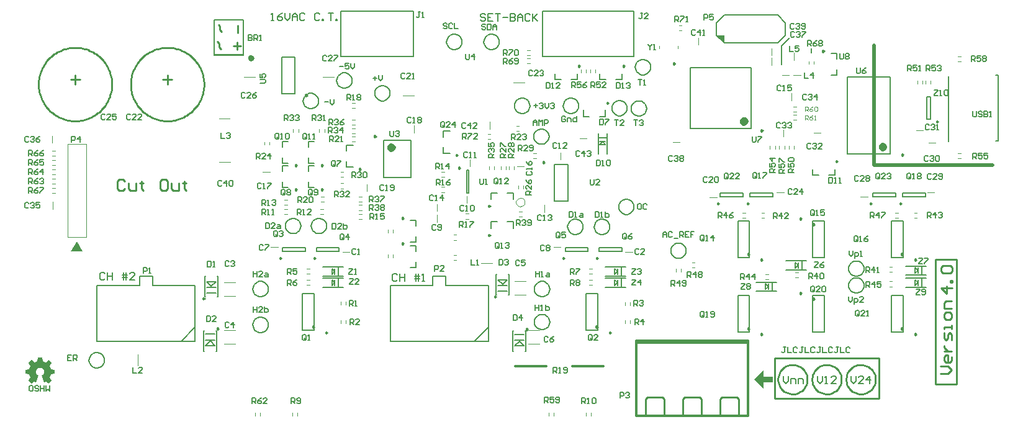
<source format=gto>
G04*
G04 #@! TF.GenerationSoftware,Altium Limited,Altium Designer,21.6.1 (37)*
G04*
G04 Layer_Color=65535*
%FSLAX25Y25*%
%MOIN*%
G70*
G04*
G04 #@! TF.SameCoordinates,7BDA6066-75DE-4F1A-8C0A-B5BF4F492E69*
G04*
G04*
G04 #@! TF.FilePolarity,Positive*
G04*
G01*
G75*
%ADD10C,0.02362*%
%ADD11C,0.00984*%
%ADD12C,0.01300*%
%ADD13C,0.00800*%
%ADD14C,0.01000*%
%ADD15C,0.00394*%
%ADD16C,0.01968*%
%ADD17C,0.00787*%
%ADD18C,0.00591*%
%ADD19C,0.00500*%
%ADD20C,0.01200*%
%ADD21C,0.00787*%
%ADD22C,0.01181*%
%ADD23C,0.02000*%
%ADD24C,0.00700*%
%ADD25C,0.00400*%
G36*
X74046Y115255D02*
X67546Y115255D01*
X71046Y120756D01*
X74046Y115255D01*
X74046Y115255D02*
G37*
G36*
X439500Y51500D02*
X434500Y46500D01*
X439500Y41500D01*
X439500Y45000D01*
X444500Y45000D01*
X444500Y48000D01*
X439500Y48000D01*
X439500Y51500D01*
X439500Y51500D02*
G37*
G36*
X414439Y231434D02*
X418639Y231434D01*
X418639Y227234D01*
X414439Y231434D01*
X414439Y231434D02*
G37*
G36*
X52243Y58382D02*
X52243Y58345D01*
X52243Y58307D01*
X52651Y56345D01*
X52651Y56271D01*
X52688Y56234D01*
X52725Y56234D01*
X54058Y55678D01*
X54206Y55678D01*
X55835Y56863D01*
X55946Y56863D01*
X55983Y56826D01*
X57427Y55456D01*
X57427Y55419D01*
X57427Y55382D01*
X57427Y55345D01*
X57427Y55308D01*
X56279Y53642D01*
X56279Y53605D01*
X56279Y53568D01*
X56279Y53531D01*
X56279Y53494D01*
X56835Y52123D01*
X56946Y52049D01*
X56983Y52049D01*
X58872Y51716D01*
X58909Y51716D01*
X58946Y51679D01*
X58946Y51642D01*
X58946Y51605D01*
X58946Y49643D01*
X58946Y49568D01*
X58909Y49531D01*
X58872Y49531D01*
X57020Y49161D01*
X56983Y49161D01*
X56946Y49124D01*
X56946Y49087D01*
X56946Y49050D01*
X56317Y47606D01*
X56317Y47569D01*
X56317Y47532D01*
X56317Y47495D01*
X56317Y47458D01*
X57427Y45902D01*
X57427Y45865D01*
X57427Y45828D01*
X57427Y45791D01*
X55983Y44384D01*
X55909Y44347D01*
X55872Y44347D01*
X55835Y44384D01*
X54317Y45421D01*
X54206Y45421D01*
X53539Y45051D01*
X53428Y45088D01*
X53391Y45088D01*
X52021Y48458D01*
X52021Y48569D01*
X52058Y48606D01*
X52243Y48680D01*
X52243Y48717D01*
X52280Y48717D01*
X52317Y48754D01*
X52354Y48791D01*
X52688Y49050D01*
X52947Y49309D01*
X53095Y49606D01*
X53243Y49902D01*
X53317Y50161D01*
X53354Y50383D01*
X53354Y50531D01*
X53354Y50568D01*
X53317Y50902D01*
X53243Y51198D01*
X53169Y51457D01*
X53021Y51679D01*
X52910Y51864D01*
X52836Y52012D01*
X52762Y52087D01*
X52725Y52123D01*
X52465Y52346D01*
X52206Y52494D01*
X51947Y52642D01*
X51688Y52716D01*
X51503Y52753D01*
X51318Y52790D01*
X51169Y52790D01*
X50836Y52753D01*
X50540Y52679D01*
X50281Y52568D01*
X50059Y52457D01*
X49873Y52346D01*
X49725Y52235D01*
X49651Y52161D01*
X49614Y52123D01*
X49392Y51864D01*
X49244Y51605D01*
X49133Y51346D01*
X49059Y51124D01*
X49022Y50902D01*
X48985Y50716D01*
X48985Y50605D01*
X48985Y50568D01*
X49022Y50161D01*
X49133Y49791D01*
X49318Y49494D01*
X49466Y49235D01*
X49651Y49050D01*
X49836Y48902D01*
X49947Y48828D01*
X49984Y48791D01*
X50021Y48754D01*
X50059Y48717D01*
X50095Y48680D01*
X50281Y48606D01*
X50318Y48495D01*
X50318Y48458D01*
X48910Y45088D01*
X48873Y45051D01*
X48799Y45051D01*
X48170Y45421D01*
X48022Y45421D01*
X46504Y44384D01*
X46429Y44347D01*
X46393Y44347D01*
X46356Y44384D01*
X44948Y45791D01*
X44948Y45828D01*
X44948Y45902D01*
X46022Y47458D01*
X46022Y47495D01*
X46022Y47532D01*
X46022Y47569D01*
X46022Y47606D01*
X45393Y49050D01*
X45393Y49124D01*
X45356Y49161D01*
X45319Y49161D01*
X43467Y49531D01*
X43430Y49568D01*
X43393Y49606D01*
X43393Y49643D01*
X43393Y51605D01*
X43393Y51679D01*
X43430Y51716D01*
X43467Y51716D01*
X45356Y52049D01*
X45430Y52049D01*
X45467Y52087D01*
X45467Y52123D01*
X46059Y53494D01*
X46059Y53531D01*
X46059Y53568D01*
X46059Y53642D01*
X44948Y55308D01*
X44948Y55345D01*
X44948Y55382D01*
X44948Y55419D01*
X44948Y55456D01*
X46356Y56826D01*
X46429Y56863D01*
X46504Y56863D01*
X48170Y55678D01*
X48281Y55678D01*
X49614Y56234D01*
X49651Y56271D01*
X49688Y56308D01*
X49688Y56345D01*
X50095Y58307D01*
X50095Y58382D01*
X50133Y58419D01*
X52206Y58419D01*
X52243Y58382D01*
X52243Y58382D02*
G37*
D10*
X240880Y171108D02*
X240436Y172031D01*
X239436Y172259D01*
X238635Y171620D01*
X238635Y170595D01*
X239436Y169956D01*
X240436Y170184D01*
X240880Y171108D01*
X430224Y185232D02*
X429780Y186156D01*
X428781Y186384D01*
X427979Y185745D01*
X427979Y184720D01*
X428781Y184081D01*
X429780Y184309D01*
X430224Y185232D01*
X504754Y171482D02*
X504310Y172405D01*
X503310Y172633D01*
X502509Y171994D01*
X502509Y170969D01*
X503310Y170330D01*
X504310Y170559D01*
X504754Y171482D01*
D11*
X231530Y177013D02*
X230792Y177440D01*
X230792Y176587D01*
X231530Y177013D01*
X356292Y194929D02*
X355554Y195355D01*
X355554Y194503D01*
X356292Y194929D01*
X439181Y180114D02*
X438443Y180540D01*
X438443Y179688D01*
X439181Y180114D01*
X180807Y111575D02*
X180069Y112001D01*
X180069Y111149D01*
X180807Y111575D01*
X198917Y111575D02*
X198179Y112001D01*
X198179Y111149D01*
X198917Y111575D01*
X350689Y111575D02*
X349951Y112001D01*
X349951Y111149D01*
X350689Y111575D01*
X332579Y111575D02*
X331840Y112001D01*
X331840Y111149D01*
X332579Y111575D01*
X513709Y140957D02*
X512970Y141383D01*
X512970Y140531D01*
X513709Y140957D01*
X415709Y140957D02*
X414970Y141383D01*
X414970Y140531D01*
X415709Y140957D01*
X497709Y140957D02*
X496971Y141383D01*
X496971Y140531D01*
X497709Y140957D01*
X431709Y140957D02*
X430970Y141383D01*
X430970Y140531D01*
X431709Y140957D01*
X514695Y167171D02*
X513957Y167597D01*
X513957Y166745D01*
X514695Y167171D01*
X533459Y184931D02*
X532721Y185357D01*
X532721Y184504D01*
X533459Y184931D01*
X322066Y163061D02*
X321328Y163487D01*
X321328Y162634D01*
X322066Y163061D01*
X194535Y199059D02*
X193797Y199485D01*
X193797Y198633D01*
X194535Y199059D01*
X276613Y160089D02*
X275875Y160515D01*
X275875Y159663D01*
X276613Y160089D01*
X139538Y90012D02*
X138800Y90438D01*
X138800Y89586D01*
X139538Y90012D01*
X296038Y91012D02*
X295300Y91438D01*
X295300Y90586D01*
X296038Y91012D01*
X147038Y73699D02*
X146300Y74125D01*
X146300Y73273D01*
X147038Y73699D01*
X312992Y73493D02*
X312254Y73919D01*
X312254Y73067D01*
X312992Y73493D01*
X292892Y139571D02*
X292154Y139997D01*
X292154Y139145D01*
X292892Y139571D01*
X292892Y123971D02*
X292154Y124397D01*
X292154Y123545D01*
X292892Y123971D01*
X223421Y159400D02*
X222683Y159826D01*
X222683Y158974D01*
X223421Y159400D01*
X275392Y166960D02*
X274654Y167386D01*
X274654Y166534D01*
X275392Y166960D01*
X472192Y222800D02*
X471454Y223226D01*
X471454Y222374D01*
X472192Y222800D01*
X341085Y214814D02*
X340347Y215240D01*
X340347Y214388D01*
X341085Y214814D01*
X365085Y214814D02*
X364347Y215240D01*
X364347Y214388D01*
X365085Y214814D01*
X479492Y163600D02*
X478754Y164026D01*
X478754Y163174D01*
X479492Y163600D01*
X246291Y119500D02*
X245553Y119926D01*
X245553Y119074D01*
X246291Y119500D01*
X246291Y133100D02*
X245553Y133526D01*
X245553Y132674D01*
X246291Y133100D01*
X203138Y148505D02*
X202400Y148932D01*
X202400Y148079D01*
X203138Y148505D01*
X189138Y148505D02*
X188400Y148932D01*
X188400Y148079D01*
X189138Y148505D01*
X203138Y161505D02*
X202400Y161932D01*
X202400Y161079D01*
X203138Y161505D01*
X189138Y161505D02*
X188400Y161932D01*
X188400Y161079D01*
X189138Y161505D01*
X205439Y71671D02*
X204701Y72097D01*
X204701Y71245D01*
X205439Y71671D01*
X198287Y74714D02*
X197549Y75140D01*
X197549Y74288D01*
X198287Y74714D01*
X357683Y71671D02*
X356945Y72097D01*
X356945Y71245D01*
X357683Y71671D01*
X350532Y74714D02*
X349793Y75140D01*
X349793Y74288D01*
X350532Y74714D01*
X459992Y132787D02*
X459254Y133214D01*
X459254Y132361D01*
X459992Y132787D01*
X467144Y129744D02*
X466406Y130170D01*
X466406Y129318D01*
X467144Y129744D01*
X521638Y110701D02*
X520900Y111127D01*
X520900Y110275D01*
X521638Y110701D01*
X514486Y113744D02*
X513748Y114170D01*
X513748Y113318D01*
X514486Y113744D01*
X459992Y92787D02*
X459254Y93214D01*
X459254Y92361D01*
X459992Y92787D01*
X467144Y89744D02*
X466406Y90170D01*
X466406Y89318D01*
X467144Y89744D01*
X521638Y70701D02*
X520900Y71127D01*
X520900Y70275D01*
X521638Y70701D01*
X514486Y73744D02*
X513748Y74170D01*
X513748Y73318D01*
X514486Y73744D01*
X439138Y110701D02*
X438400Y111127D01*
X438400Y110275D01*
X439138Y110701D01*
X431986Y113744D02*
X431248Y114170D01*
X431248Y113318D01*
X431986Y113744D01*
X439138Y70701D02*
X438400Y71127D01*
X438400Y70275D01*
X439138Y70701D01*
X431986Y73744D02*
X431248Y74170D01*
X431248Y73318D01*
X431986Y73744D01*
D12*
X392106Y215953D02*
X391506Y216300D01*
X391506Y215607D01*
X392106Y215953D01*
D13*
X218679Y207006D02*
X218559Y207995D01*
X218206Y208927D01*
X217640Y209747D01*
X216894Y210408D01*
X216012Y210871D01*
X215044Y211109D01*
X214047Y211109D01*
X213080Y210871D01*
X212197Y210408D01*
X211451Y209747D01*
X210885Y208927D01*
X210532Y207995D01*
X210412Y207006D01*
X210532Y206016D01*
X210885Y205084D01*
X211451Y204264D01*
X212197Y203603D01*
X213080Y203140D01*
X214047Y202902D01*
X215044Y202902D01*
X216012Y203140D01*
X216894Y203603D01*
X217640Y204264D01*
X218206Y205084D01*
X218559Y206016D01*
X218679Y207006D01*
X314234Y193402D02*
X314114Y194391D01*
X313760Y195323D01*
X313194Y196143D01*
X312448Y196804D01*
X311566Y197267D01*
X310598Y197505D01*
X309602Y197505D01*
X308634Y197267D01*
X307752Y196804D01*
X307006Y196143D01*
X306440Y195323D01*
X306086Y194391D01*
X305966Y193402D01*
X306086Y192412D01*
X306440Y191481D01*
X307006Y190660D01*
X307752Y189999D01*
X308634Y189536D01*
X309602Y189298D01*
X310598Y189298D01*
X311566Y189536D01*
X312448Y189999D01*
X313194Y190660D01*
X313760Y191481D01*
X314114Y192412D01*
X314234Y193402D01*
X340334Y193402D02*
X340214Y194391D01*
X339860Y195323D01*
X339294Y196143D01*
X338548Y196804D01*
X337666Y197267D01*
X336698Y197505D01*
X335702Y197505D01*
X334734Y197267D01*
X333852Y196804D01*
X333106Y196143D01*
X332540Y195323D01*
X332186Y194391D01*
X332066Y193402D01*
X332186Y192412D01*
X332540Y191481D01*
X333106Y190660D01*
X333852Y189999D01*
X334734Y189536D01*
X335702Y189298D01*
X336698Y189298D01*
X337666Y189536D01*
X338548Y189999D01*
X339294Y190660D01*
X339860Y191481D01*
X340214Y192412D01*
X340334Y193402D01*
X297727Y227714D02*
X297607Y228703D01*
X297253Y229635D01*
X296687Y230455D01*
X295941Y231116D01*
X295059Y231579D01*
X294091Y231818D01*
X293095Y231818D01*
X292127Y231579D01*
X291245Y231116D01*
X290499Y230455D01*
X289933Y229635D01*
X289579Y228703D01*
X289459Y227714D01*
X289579Y226725D01*
X289933Y225793D01*
X290499Y224973D01*
X291245Y224312D01*
X292127Y223849D01*
X293095Y223610D01*
X294091Y223610D01*
X295059Y223849D01*
X295941Y224312D01*
X296687Y224973D01*
X297253Y225793D01*
X297607Y226725D01*
X297727Y227714D01*
X277727Y227714D02*
X277607Y228703D01*
X277253Y229635D01*
X276687Y230455D01*
X275941Y231116D01*
X275059Y231579D01*
X274091Y231818D01*
X273095Y231818D01*
X272127Y231579D01*
X271245Y231116D01*
X270499Y230455D01*
X269933Y229635D01*
X269579Y228703D01*
X269459Y227714D01*
X269579Y226725D01*
X269933Y225793D01*
X270499Y224973D01*
X271245Y224312D01*
X272127Y223849D01*
X273095Y223610D01*
X274091Y223610D01*
X275059Y223849D01*
X275941Y224312D01*
X276687Y224973D01*
X277253Y225793D01*
X277607Y226725D01*
X277727Y227714D01*
X200679Y196005D02*
X200559Y196995D01*
X200206Y197927D01*
X199640Y198747D01*
X198894Y199408D01*
X198012Y199871D01*
X197044Y200109D01*
X196047Y200109D01*
X195080Y199871D01*
X194197Y199408D01*
X193451Y198747D01*
X192885Y197927D01*
X192532Y196995D01*
X192412Y196005D01*
X192532Y195016D01*
X192885Y194084D01*
X193451Y193264D01*
X194197Y192603D01*
X195080Y192140D01*
X196047Y191902D01*
X197044Y191902D01*
X198012Y192140D01*
X198894Y192603D01*
X199640Y193264D01*
X200206Y194084D01*
X200559Y195016D01*
X200679Y196005D01*
X398134Y115581D02*
X398014Y116570D01*
X397660Y117502D01*
X397094Y118322D01*
X396348Y118983D01*
X395466Y119446D01*
X394498Y119685D01*
X393502Y119685D01*
X392534Y119446D01*
X391652Y118983D01*
X390906Y118322D01*
X390340Y117502D01*
X389986Y116570D01*
X389866Y115581D01*
X389986Y114592D01*
X390340Y113660D01*
X390906Y112840D01*
X391652Y112179D01*
X392534Y111716D01*
X393502Y111477D01*
X394498Y111477D01*
X395466Y111716D01*
X396348Y112179D01*
X397094Y112840D01*
X397660Y113660D01*
X398014Y114592D01*
X398134Y115581D01*
X173679Y95006D02*
X173559Y95995D01*
X173206Y96927D01*
X172640Y97747D01*
X171894Y98408D01*
X171012Y98871D01*
X170044Y99109D01*
X169047Y99109D01*
X168080Y98871D01*
X167197Y98408D01*
X166451Y97747D01*
X165885Y96927D01*
X165532Y95995D01*
X165412Y95006D01*
X165532Y94016D01*
X165885Y93084D01*
X166451Y92264D01*
X167197Y91603D01*
X168080Y91140D01*
X169047Y90902D01*
X170044Y90902D01*
X171012Y91140D01*
X171894Y91603D01*
X172640Y92264D01*
X173206Y93084D01*
X173559Y94016D01*
X173679Y95006D01*
X324880Y95006D02*
X324759Y95995D01*
X324406Y96927D01*
X323840Y97747D01*
X323094Y98408D01*
X322212Y98871D01*
X321244Y99109D01*
X320247Y99109D01*
X319280Y98871D01*
X318397Y98408D01*
X317651Y97747D01*
X317085Y96927D01*
X316732Y95995D01*
X316612Y95006D01*
X316732Y94016D01*
X317085Y93084D01*
X317651Y92264D01*
X318397Y91603D01*
X319280Y91140D01*
X320247Y90902D01*
X321244Y90902D01*
X322212Y91140D01*
X323094Y91603D01*
X323840Y92264D01*
X324406Y93084D01*
X324759Y94016D01*
X324880Y95006D01*
X324534Y176900D02*
X324414Y177889D01*
X324060Y178821D01*
X323494Y179641D01*
X322748Y180302D01*
X321866Y180765D01*
X320898Y181004D01*
X319902Y181004D01*
X318934Y180765D01*
X318052Y180302D01*
X317306Y179641D01*
X316740Y178821D01*
X316386Y177889D01*
X316266Y176900D01*
X316386Y175911D01*
X316740Y174979D01*
X317306Y174159D01*
X318052Y173498D01*
X318934Y173035D01*
X319902Y172796D01*
X320898Y172796D01*
X321866Y173035D01*
X322748Y173498D01*
X323494Y174159D01*
X324060Y174979D01*
X324414Y175911D01*
X324534Y176900D01*
X191234Y128900D02*
X191114Y129889D01*
X190760Y130821D01*
X190194Y131641D01*
X189448Y132302D01*
X188566Y132765D01*
X187598Y133004D01*
X186602Y133004D01*
X185634Y132765D01*
X184752Y132302D01*
X184006Y131641D01*
X183440Y130821D01*
X183086Y129889D01*
X182966Y128900D01*
X183086Y127911D01*
X183440Y126979D01*
X184006Y126159D01*
X184752Y125498D01*
X185634Y125035D01*
X186602Y124796D01*
X187598Y124796D01*
X188566Y125035D01*
X189448Y125498D01*
X190194Y126159D01*
X190760Y126979D01*
X191114Y127911D01*
X191234Y128900D01*
X239134Y200200D02*
X239014Y201189D01*
X238660Y202121D01*
X238094Y202941D01*
X237348Y203602D01*
X236466Y204065D01*
X235498Y204304D01*
X234502Y204304D01*
X233534Y204065D01*
X232652Y203602D01*
X231906Y202941D01*
X231340Y202121D01*
X230986Y201189D01*
X230866Y200200D01*
X230986Y199211D01*
X231340Y198279D01*
X231906Y197459D01*
X232652Y196798D01*
X233534Y196335D01*
X234502Y196096D01*
X235498Y196096D01*
X236466Y196335D01*
X237348Y196798D01*
X238094Y197459D01*
X238660Y198279D01*
X239014Y199211D01*
X239134Y200200D01*
X85727Y56714D02*
X85607Y57704D01*
X85253Y58635D01*
X84687Y59455D01*
X83941Y60116D01*
X83059Y60579D01*
X82091Y60818D01*
X81095Y60818D01*
X80127Y60579D01*
X79245Y60116D01*
X78499Y59455D01*
X77933Y58635D01*
X77579Y57704D01*
X77459Y56714D01*
X77579Y55725D01*
X77933Y54793D01*
X78499Y53973D01*
X79245Y53312D01*
X80127Y52849D01*
X81095Y52610D01*
X82091Y52610D01*
X83059Y52849D01*
X83941Y53312D01*
X84687Y53973D01*
X85253Y54793D01*
X85607Y55725D01*
X85727Y56714D01*
X370134Y139181D02*
X370014Y140170D01*
X369660Y141102D01*
X369094Y141922D01*
X368348Y142583D01*
X367466Y143046D01*
X366498Y143285D01*
X365502Y143285D01*
X364534Y143046D01*
X363652Y142583D01*
X362906Y141922D01*
X362340Y141102D01*
X361986Y140170D01*
X361866Y139181D01*
X361986Y138192D01*
X362340Y137260D01*
X362906Y136440D01*
X363652Y135779D01*
X364534Y135316D01*
X365502Y135077D01*
X366498Y135077D01*
X367466Y135316D01*
X368348Y135779D01*
X369094Y136440D01*
X369660Y137260D01*
X370014Y138192D01*
X370134Y139181D01*
X205034Y128902D02*
X204914Y129891D01*
X204560Y130823D01*
X203994Y131643D01*
X203248Y132304D01*
X202366Y132767D01*
X201398Y133005D01*
X200402Y133005D01*
X199434Y132767D01*
X198552Y132304D01*
X197806Y131643D01*
X197240Y130823D01*
X196886Y129891D01*
X196766Y128902D01*
X196886Y127912D01*
X197240Y126980D01*
X197806Y126160D01*
X198552Y125499D01*
X199434Y125036D01*
X200402Y124798D01*
X201398Y124798D01*
X202366Y125036D01*
X203248Y125499D01*
X203994Y126160D01*
X204560Y126980D01*
X204914Y127912D01*
X205034Y128902D01*
X173679Y75805D02*
X173559Y76794D01*
X173206Y77726D01*
X172640Y78546D01*
X171894Y79207D01*
X171012Y79670D01*
X170044Y79908D01*
X169047Y79908D01*
X168080Y79670D01*
X167197Y79207D01*
X166451Y78546D01*
X165885Y77726D01*
X165532Y76794D01*
X165412Y75805D01*
X165532Y74815D01*
X165885Y73884D01*
X166451Y73063D01*
X167197Y72403D01*
X168080Y71939D01*
X169047Y71701D01*
X170044Y71701D01*
X171012Y71939D01*
X171894Y72403D01*
X172640Y73063D01*
X173206Y73884D01*
X173559Y74815D01*
X173679Y75805D01*
X324880Y77306D02*
X324759Y78295D01*
X324406Y79227D01*
X323840Y80047D01*
X323094Y80708D01*
X322212Y81171D01*
X321244Y81409D01*
X320247Y81409D01*
X319280Y81171D01*
X318397Y80708D01*
X317651Y80047D01*
X317085Y79227D01*
X316732Y78295D01*
X316612Y77306D01*
X316732Y76316D01*
X317085Y75384D01*
X317651Y74564D01*
X318397Y73903D01*
X319280Y73440D01*
X320247Y73202D01*
X321244Y73202D01*
X322212Y73440D01*
X323094Y73903D01*
X323840Y74564D01*
X324406Y75384D01*
X324759Y76316D01*
X324880Y77306D01*
X379034Y214200D02*
X378914Y215189D01*
X378560Y216121D01*
X377994Y216941D01*
X377248Y217602D01*
X376366Y218065D01*
X375398Y218304D01*
X374402Y218304D01*
X373434Y218065D01*
X372552Y217602D01*
X371806Y216941D01*
X371240Y216121D01*
X370886Y215189D01*
X370766Y214200D01*
X370886Y213211D01*
X371240Y212279D01*
X371806Y211459D01*
X372552Y210798D01*
X373434Y210335D01*
X374402Y210096D01*
X375398Y210096D01*
X376366Y210335D01*
X377248Y210798D01*
X377994Y211459D01*
X378560Y212279D01*
X378914Y213211D01*
X379034Y214200D01*
X357034Y128400D02*
X356914Y129389D01*
X356560Y130321D01*
X355994Y131141D01*
X355248Y131802D01*
X354366Y132265D01*
X353398Y132504D01*
X352402Y132504D01*
X351434Y132265D01*
X350552Y131802D01*
X349806Y131141D01*
X349240Y130321D01*
X348886Y129389D01*
X348766Y128400D01*
X348886Y127411D01*
X349240Y126479D01*
X349806Y125659D01*
X350552Y124998D01*
X351434Y124535D01*
X352402Y124296D01*
X353398Y124296D01*
X354366Y124535D01*
X355248Y124998D01*
X355994Y125659D01*
X356560Y126479D01*
X356914Y127411D01*
X357034Y128400D01*
X342734Y128500D02*
X342614Y129489D01*
X342260Y130421D01*
X341694Y131241D01*
X340948Y131902D01*
X340066Y132365D01*
X339098Y132604D01*
X338102Y132604D01*
X337134Y132365D01*
X336252Y131902D01*
X335506Y131241D01*
X334940Y130421D01*
X334586Y129489D01*
X334466Y128500D01*
X334586Y127511D01*
X334940Y126579D01*
X335506Y125759D01*
X336252Y125098D01*
X337134Y124635D01*
X338102Y124396D01*
X339098Y124396D01*
X340066Y124635D01*
X340948Y125098D01*
X341694Y125759D01*
X342260Y126579D01*
X342614Y127511D01*
X342734Y128500D01*
X366434Y192181D02*
X366314Y193170D01*
X365960Y194102D01*
X365394Y194922D01*
X364648Y195583D01*
X363766Y196046D01*
X362798Y196285D01*
X361802Y196285D01*
X360834Y196046D01*
X359952Y195583D01*
X359206Y194922D01*
X358640Y194102D01*
X358286Y193170D01*
X358166Y192181D01*
X358286Y191192D01*
X358640Y190260D01*
X359206Y189440D01*
X359952Y188779D01*
X360834Y188316D01*
X361802Y188077D01*
X362798Y188077D01*
X363766Y188316D01*
X364648Y188779D01*
X365394Y189440D01*
X365960Y190260D01*
X366314Y191192D01*
X366434Y192181D01*
X376934Y192000D02*
X376814Y192989D01*
X376460Y193921D01*
X375894Y194741D01*
X375148Y195402D01*
X374266Y195865D01*
X373298Y196104D01*
X372302Y196104D01*
X371334Y195865D01*
X370452Y195402D01*
X369706Y194741D01*
X369140Y193921D01*
X368786Y192989D01*
X368666Y192000D01*
X368786Y191011D01*
X369140Y190079D01*
X369706Y189259D01*
X370452Y188598D01*
X371334Y188135D01*
X372302Y187896D01*
X373298Y187896D01*
X374266Y188135D01*
X375148Y188598D01*
X375894Y189259D01*
X376460Y190079D01*
X376814Y191011D01*
X376934Y192000D01*
X493634Y106000D02*
X493514Y106989D01*
X493160Y107921D01*
X492594Y108741D01*
X491848Y109402D01*
X490966Y109865D01*
X489998Y110104D01*
X489002Y110104D01*
X488034Y109865D01*
X487152Y109402D01*
X486406Y108741D01*
X485840Y107921D01*
X485486Y106989D01*
X485366Y106000D01*
X485486Y105011D01*
X485840Y104079D01*
X486406Y103259D01*
X487152Y102598D01*
X488034Y102135D01*
X489002Y101896D01*
X489998Y101896D01*
X490966Y102135D01*
X491848Y102598D01*
X492594Y103259D01*
X493160Y104079D01*
X493514Y105011D01*
X493634Y106000D01*
X493634Y97000D02*
X493514Y97989D01*
X493160Y98921D01*
X492594Y99741D01*
X491848Y100402D01*
X490966Y100865D01*
X489998Y101104D01*
X489002Y101104D01*
X488034Y100865D01*
X487152Y100402D01*
X486406Y99741D01*
X485840Y98921D01*
X485486Y97989D01*
X485366Y97000D01*
X485486Y96011D01*
X485840Y95079D01*
X486406Y94259D01*
X487152Y93598D01*
X488034Y93135D01*
X489002Y92896D01*
X489998Y92896D01*
X490966Y93135D01*
X491848Y93598D01*
X492594Y94259D01*
X493160Y95079D01*
X493514Y96011D01*
X493634Y97000D01*
X450300Y48399D02*
X450300Y45733D01*
X451633Y44400D01*
X452966Y45733D01*
X452966Y48399D01*
X454299Y44400D02*
X454299Y47066D01*
X456298Y47066D01*
X456964Y46399D01*
X456964Y44400D01*
X458297Y44400D02*
X458297Y47066D01*
X460297Y47066D01*
X460963Y46399D01*
X460963Y44400D01*
X468700Y48399D02*
X468700Y45733D01*
X470033Y44400D01*
X471366Y45733D01*
X471366Y48399D01*
X472699Y44400D02*
X474032Y44400D01*
X473365Y44400D01*
X473365Y48399D01*
X472699Y47732D01*
X478697Y44400D02*
X476031Y44400D01*
X478697Y47066D01*
X478697Y47732D01*
X478030Y48399D01*
X476697Y48399D01*
X476031Y47732D01*
X486700Y48399D02*
X486700Y45733D01*
X488033Y44400D01*
X489366Y45733D01*
X489366Y48399D01*
X493364Y44400D02*
X490699Y44400D01*
X493364Y47066D01*
X493364Y47732D01*
X492698Y48399D01*
X491365Y48399D01*
X490699Y47732D01*
X496697Y44400D02*
X496697Y48399D01*
X494697Y46399D01*
X497363Y46399D01*
X243011Y102638D02*
X242345Y103304D01*
X241012Y103304D01*
X240346Y102638D01*
X240346Y99972D01*
X241012Y99305D01*
X242345Y99305D01*
X243011Y99972D01*
X244344Y103304D02*
X244344Y99305D01*
X244344Y101305D01*
X247010Y101305D01*
X247010Y103304D01*
X247010Y99305D01*
X253008Y99305D02*
X253008Y103304D01*
X254341Y103304D02*
X254341Y99305D01*
X252342Y101971D02*
X254341Y101971D01*
X255008Y101971D01*
X252342Y100638D02*
X255008Y100638D01*
X256341Y99305D02*
X257673Y99305D01*
X257007Y99305D01*
X257007Y103304D01*
X256341Y102638D01*
X85866Y103132D02*
X85199Y103799D01*
X83866Y103799D01*
X83200Y103132D01*
X83200Y100466D01*
X83866Y99800D01*
X85199Y99800D01*
X85866Y100466D01*
X87199Y103799D02*
X87199Y99800D01*
X87199Y101799D01*
X89864Y101799D01*
X89864Y103799D01*
X89864Y99800D01*
X95863Y99800D02*
X95863Y103799D01*
X97196Y103799D02*
X97196Y99800D01*
X95196Y102466D02*
X97196Y102466D01*
X97862Y102466D01*
X95196Y101133D02*
X97862Y101133D01*
X101861Y99800D02*
X99195Y99800D01*
X101861Y102466D01*
X101861Y103132D01*
X101194Y103799D01*
X99861Y103799D01*
X99195Y103132D01*
X290466Y242313D02*
X289799Y242980D01*
X288466Y242980D01*
X287800Y242313D01*
X287800Y241647D01*
X288466Y240981D01*
X289799Y240981D01*
X290466Y240314D01*
X290466Y239648D01*
X289799Y238981D01*
X288466Y238981D01*
X287800Y239648D01*
X294464Y242980D02*
X291799Y242980D01*
X291799Y238981D01*
X294464Y238981D01*
X291799Y240981D02*
X293132Y240981D01*
X295797Y242980D02*
X298463Y242980D01*
X297130Y242980D01*
X297130Y238981D01*
X299796Y240981D02*
X302462Y240981D01*
X303795Y242980D02*
X303795Y238981D01*
X305794Y238981D01*
X306461Y239648D01*
X306461Y240314D01*
X305794Y240981D01*
X303795Y240981D01*
X305794Y240981D01*
X306461Y241647D01*
X306461Y242313D01*
X305794Y242980D01*
X303795Y242980D01*
X307794Y238981D02*
X307794Y241647D01*
X309126Y242980D01*
X310459Y241647D01*
X310459Y238981D01*
X310459Y240981D01*
X307794Y240981D01*
X314458Y242313D02*
X313792Y242980D01*
X312459Y242980D01*
X311792Y242313D01*
X311792Y239648D01*
X312459Y238981D01*
X313792Y238981D01*
X314458Y239648D01*
X315791Y242980D02*
X315791Y238981D01*
X315791Y240314D01*
X318457Y242980D01*
X316457Y240981D01*
X318457Y238981D01*
X175246Y239305D02*
X176579Y239305D01*
X175912Y239305D01*
X175912Y243304D01*
X175246Y242638D01*
X181244Y243304D02*
X179911Y242638D01*
X178578Y241305D01*
X178578Y239972D01*
X179244Y239305D01*
X180577Y239305D01*
X181244Y239972D01*
X181244Y240638D01*
X180577Y241305D01*
X178578Y241305D01*
X182577Y243304D02*
X182577Y240638D01*
X183909Y239305D01*
X185242Y240638D01*
X185242Y243304D01*
X186575Y239305D02*
X186575Y241971D01*
X187908Y243304D01*
X189241Y241971D01*
X189241Y239305D01*
X189241Y241305D01*
X186575Y241305D01*
X193240Y242638D02*
X192573Y243304D01*
X191241Y243304D01*
X190574Y242638D01*
X190574Y239972D01*
X191241Y239305D01*
X192573Y239305D01*
X193240Y239972D01*
X201237Y242638D02*
X200571Y243304D01*
X199238Y243304D01*
X198572Y242638D01*
X198572Y239972D01*
X199238Y239305D01*
X200571Y239305D01*
X201237Y239972D01*
X202570Y239305D02*
X202570Y239972D01*
X203237Y239972D01*
X203237Y239305D01*
X202570Y239305D01*
X205902Y243304D02*
X208568Y243304D01*
X207235Y243304D01*
X207235Y239305D01*
X209901Y239305D02*
X209901Y239972D01*
X210568Y239972D01*
X210568Y239305D01*
X209901Y239305D01*
D14*
X89731Y205006D02*
X89705Y206002D01*
X89630Y206997D01*
X89504Y207986D01*
X89328Y208968D01*
X89102Y209940D01*
X88828Y210898D01*
X88505Y211842D01*
X88135Y212768D01*
X87719Y213675D01*
X87257Y214559D01*
X86751Y215418D01*
X86202Y216251D01*
X85612Y217055D01*
X84982Y217828D01*
X84313Y218568D01*
X83608Y219273D01*
X82868Y219942D01*
X82095Y220572D01*
X81291Y221162D01*
X80458Y221711D01*
X79599Y222217D01*
X78715Y222679D01*
X77809Y223095D01*
X76882Y223465D01*
X75939Y223788D01*
X74980Y224062D01*
X74008Y224288D01*
X73027Y224464D01*
X72037Y224590D01*
X71043Y224665D01*
X70046Y224691D01*
X69049Y224665D01*
X68054Y224590D01*
X67065Y224464D01*
X66083Y224288D01*
X65112Y224062D01*
X64153Y223788D01*
X63209Y223465D01*
X62283Y223095D01*
X61377Y222679D01*
X60492Y222217D01*
X59633Y221711D01*
X58800Y221162D01*
X57996Y220572D01*
X57223Y219942D01*
X56483Y219273D01*
X55778Y218568D01*
X55110Y217828D01*
X54479Y217055D01*
X53889Y216251D01*
X53340Y215418D01*
X52834Y214559D01*
X52372Y213675D01*
X51956Y212768D01*
X51586Y211842D01*
X51263Y210898D01*
X50989Y209940D01*
X50764Y208968D01*
X50588Y207986D01*
X50462Y206997D01*
X50386Y206002D01*
X50361Y205006D01*
X50386Y204008D01*
X50462Y203014D01*
X50588Y202025D01*
X50764Y201043D01*
X50989Y200071D01*
X51263Y199112D01*
X51586Y198169D01*
X51956Y197243D01*
X52372Y196336D01*
X52834Y195452D01*
X53340Y194593D01*
X53889Y193760D01*
X54479Y192956D01*
X55110Y192183D01*
X55778Y191443D01*
X56483Y190738D01*
X57223Y190069D01*
X57996Y189439D01*
X58800Y188849D01*
X59633Y188300D01*
X60492Y187794D01*
X61377Y187332D01*
X62283Y186916D01*
X63209Y186546D01*
X64153Y186223D01*
X65112Y185949D01*
X66083Y185723D01*
X67065Y185547D01*
X68054Y185422D01*
X69049Y185346D01*
X70046Y185320D01*
X71043Y185346D01*
X72037Y185422D01*
X73027Y185547D01*
X74008Y185723D01*
X74980Y185949D01*
X75939Y186223D01*
X76882Y186546D01*
X77809Y186916D01*
X78715Y187332D01*
X79599Y187794D01*
X80458Y188300D01*
X81291Y188849D01*
X82095Y189439D01*
X82868Y190069D01*
X83608Y190738D01*
X84313Y191443D01*
X84982Y192183D01*
X85612Y192956D01*
X86203Y193760D01*
X86751Y194593D01*
X87257Y195452D01*
X87719Y196336D01*
X88135Y197243D01*
X88505Y198169D01*
X88828Y199113D01*
X89102Y200072D01*
X89328Y201043D01*
X89504Y202025D01*
X89630Y203014D01*
X89705Y204009D01*
X89731Y205006D01*
X139231Y205006D02*
X139205Y206002D01*
X139130Y206997D01*
X139004Y207986D01*
X138828Y208968D01*
X138602Y209940D01*
X138328Y210898D01*
X138005Y211842D01*
X137635Y212768D01*
X137219Y213675D01*
X136757Y214559D01*
X136251Y215418D01*
X135702Y216251D01*
X135112Y217055D01*
X134482Y217828D01*
X133813Y218568D01*
X133108Y219273D01*
X132368Y219942D01*
X131595Y220572D01*
X130791Y221162D01*
X129958Y221711D01*
X129099Y222217D01*
X128215Y222679D01*
X127309Y223095D01*
X126382Y223465D01*
X125439Y223788D01*
X124480Y224062D01*
X123508Y224288D01*
X122527Y224464D01*
X121537Y224590D01*
X120543Y224665D01*
X119546Y224691D01*
X118549Y224665D01*
X117554Y224590D01*
X116565Y224464D01*
X115583Y224288D01*
X114612Y224062D01*
X113653Y223788D01*
X112709Y223465D01*
X111783Y223095D01*
X110877Y222679D01*
X109993Y222217D01*
X109133Y221711D01*
X108300Y221162D01*
X107496Y220572D01*
X106723Y219942D01*
X105983Y219273D01*
X105278Y218568D01*
X104610Y217828D01*
X103979Y217055D01*
X103389Y216251D01*
X102840Y215418D01*
X102334Y214559D01*
X101872Y213675D01*
X101456Y212768D01*
X101086Y211842D01*
X100763Y210898D01*
X100489Y209940D01*
X100264Y208968D01*
X100088Y207986D01*
X99962Y206997D01*
X99886Y206002D01*
X99861Y205006D01*
X99886Y204008D01*
X99962Y203014D01*
X100088Y202025D01*
X100264Y201043D01*
X100489Y200071D01*
X100763Y199112D01*
X101086Y198169D01*
X101456Y197243D01*
X101872Y196336D01*
X102334Y195452D01*
X102840Y194593D01*
X103389Y193760D01*
X103979Y192956D01*
X104610Y192183D01*
X105278Y191443D01*
X105983Y190738D01*
X106723Y190069D01*
X107496Y189439D01*
X108300Y188849D01*
X109133Y188300D01*
X109993Y187794D01*
X110877Y187332D01*
X111783Y186916D01*
X112709Y186546D01*
X113653Y186223D01*
X114612Y185949D01*
X115583Y185723D01*
X116565Y185547D01*
X117554Y185422D01*
X118549Y185346D01*
X119546Y185320D01*
X120543Y185346D01*
X121537Y185422D01*
X122527Y185547D01*
X123508Y185723D01*
X124480Y185949D01*
X125439Y186223D01*
X126382Y186546D01*
X127309Y186916D01*
X128215Y187332D01*
X129099Y187794D01*
X129958Y188300D01*
X130791Y188849D01*
X131595Y189439D01*
X132368Y190069D01*
X133108Y190738D01*
X133813Y191443D01*
X134482Y192183D01*
X135112Y192956D01*
X135703Y193760D01*
X136251Y194593D01*
X136757Y195452D01*
X137219Y196336D01*
X137635Y197243D01*
X138005Y198169D01*
X138328Y199113D01*
X138602Y200072D01*
X138828Y201043D01*
X139004Y202025D01*
X139130Y203014D01*
X139205Y204009D01*
X139231Y205006D01*
X463155Y46500D02*
X463090Y47504D01*
X462898Y48492D01*
X462581Y49448D01*
X462144Y50355D01*
X461595Y51198D01*
X460943Y51964D01*
X460197Y52641D01*
X459372Y53217D01*
X458480Y53683D01*
X457535Y54030D01*
X456554Y54254D01*
X455552Y54351D01*
X454546Y54319D01*
X453552Y54158D01*
X452587Y53872D01*
X451667Y53464D01*
X450806Y52942D01*
X450019Y52315D01*
X449319Y51592D01*
X448717Y50785D01*
X448223Y49908D01*
X447845Y48975D01*
X447590Y48002D01*
X447461Y47003D01*
X447461Y45997D01*
X447590Y44998D01*
X447845Y44025D01*
X448223Y43092D01*
X448717Y42215D01*
X449319Y41408D01*
X450019Y40685D01*
X450806Y40058D01*
X451667Y39536D01*
X452587Y39128D01*
X453552Y38842D01*
X454546Y38681D01*
X455552Y38649D01*
X456554Y38746D01*
X457535Y38970D01*
X458479Y39317D01*
X459372Y39783D01*
X460197Y40359D01*
X460943Y41035D01*
X461595Y41802D01*
X462144Y42645D01*
X462581Y43552D01*
X462898Y44508D01*
X463090Y45496D01*
X463155Y46500D01*
X481455Y46500D02*
X481390Y47504D01*
X481198Y48492D01*
X480881Y49448D01*
X480444Y50355D01*
X479895Y51198D01*
X479243Y51964D01*
X478498Y52641D01*
X477672Y53217D01*
X476780Y53683D01*
X475835Y54030D01*
X474854Y54254D01*
X473852Y54351D01*
X472846Y54319D01*
X471852Y54158D01*
X470887Y53872D01*
X469967Y53464D01*
X469106Y52942D01*
X468319Y52315D01*
X467619Y51592D01*
X467017Y50785D01*
X466523Y49908D01*
X466145Y48975D01*
X465890Y48002D01*
X465761Y47003D01*
X465761Y45997D01*
X465890Y44998D01*
X466145Y44025D01*
X466523Y43092D01*
X467017Y42215D01*
X467619Y41408D01*
X468319Y40685D01*
X469106Y40058D01*
X469967Y39536D01*
X470887Y39128D01*
X471852Y38842D01*
X472846Y38681D01*
X473852Y38649D01*
X474854Y38746D01*
X475835Y38970D01*
X476780Y39317D01*
X477672Y39783D01*
X478498Y40359D01*
X479243Y41035D01*
X479895Y41802D01*
X480444Y42645D01*
X480881Y43552D01*
X481198Y44508D01*
X481390Y45496D01*
X481455Y46500D01*
X499755Y46500D02*
X499690Y47504D01*
X499498Y48492D01*
X499181Y49448D01*
X498744Y50355D01*
X498195Y51198D01*
X497543Y51964D01*
X496798Y52641D01*
X495972Y53217D01*
X495080Y53683D01*
X494135Y54030D01*
X493154Y54254D01*
X492152Y54351D01*
X491146Y54319D01*
X490152Y54158D01*
X489187Y53872D01*
X488267Y53464D01*
X487406Y52942D01*
X486619Y52315D01*
X485919Y51592D01*
X485317Y50785D01*
X484823Y49908D01*
X484445Y48975D01*
X484190Y48002D01*
X484061Y47003D01*
X484061Y45997D01*
X484190Y44998D01*
X484445Y44025D01*
X484823Y43092D01*
X485317Y42215D01*
X485919Y41408D01*
X486619Y40685D01*
X487406Y40058D01*
X488267Y39536D01*
X489187Y39128D01*
X490152Y38842D01*
X491146Y38681D01*
X492152Y38649D01*
X493154Y38746D01*
X494135Y38970D01*
X495080Y39317D01*
X495972Y39783D01*
X496798Y40359D01*
X497543Y41035D01*
X498195Y41802D01*
X498744Y42645D01*
X499181Y43552D01*
X499498Y44508D01*
X499690Y45496D01*
X499755Y46500D01*
X386200Y27002D02*
X386200Y35900D01*
X385200Y36900D02*
X386200Y35900D01*
X377200Y36900D02*
X385200Y36900D01*
X376200Y35900D02*
X377200Y36900D01*
X376200Y26900D02*
X376200Y35900D01*
X396200Y26900D02*
X396200Y35900D01*
X397200Y36900D01*
X405200Y36900D01*
X406200Y35900D01*
X406200Y27002D02*
X406200Y35900D01*
X416200Y26900D02*
X416200Y35900D01*
X417200Y36900D01*
X425200Y36900D01*
X426200Y35900D01*
X426200Y27002D02*
X426200Y35900D01*
X70046Y205006D02*
X70046Y210005D01*
X67546Y207505D02*
X72546Y207505D01*
X119546Y205006D02*
X119546Y210005D01*
X117046Y207505D02*
X122046Y207505D01*
X532000Y44100D02*
X532000Y111000D01*
X543400Y111000D01*
X532000Y44100D02*
X543400Y44100D01*
X543400Y111000D01*
X445700Y36400D02*
X501600Y36400D01*
X445700Y36400D02*
X445700Y58100D01*
X501600Y36400D02*
X501600Y58100D01*
X445700Y58100D02*
X501600Y58100D01*
X146835Y237092D02*
X147819Y236108D01*
X147819Y234140D01*
X148803Y233156D01*
X146442Y228037D02*
X147426Y227053D01*
X147426Y225085D01*
X148410Y224101D01*
X157072Y227643D02*
X157072Y223708D01*
X159040Y225675D02*
X155104Y225675D01*
X157466Y236698D02*
X157466Y232763D01*
X534702Y49600D02*
X538701Y49600D01*
X540700Y51599D01*
X538701Y53599D01*
X534702Y53599D01*
X540700Y58597D02*
X540700Y56598D01*
X539700Y55598D01*
X537701Y55598D01*
X536701Y56598D01*
X536701Y58597D01*
X537701Y59597D01*
X538701Y59597D01*
X538701Y55598D01*
X536701Y61596D02*
X540700Y61596D01*
X538701Y61596D01*
X537701Y62596D01*
X536701Y63595D01*
X536701Y64595D01*
X540700Y67594D02*
X540700Y70593D01*
X539700Y71593D01*
X538701Y70593D01*
X538701Y68594D01*
X537701Y67594D01*
X536701Y68594D01*
X536701Y71593D01*
X540700Y73592D02*
X540700Y75592D01*
X540700Y74592D01*
X536701Y74592D01*
X536701Y73592D01*
X540700Y79590D02*
X540700Y81590D01*
X539700Y82589D01*
X537701Y82589D01*
X536701Y81590D01*
X536701Y79590D01*
X537701Y78591D01*
X539700Y78591D01*
X540700Y79590D01*
X540700Y84589D02*
X536701Y84589D01*
X536701Y87588D01*
X537701Y88587D01*
X540700Y88587D01*
X540900Y95499D02*
X534902Y95499D01*
X537901Y92500D01*
X537901Y96499D01*
X540900Y98498D02*
X539900Y98498D01*
X539900Y99498D01*
X540900Y99498D01*
X540900Y98498D01*
X535902Y103496D02*
X534902Y104496D01*
X534902Y106495D01*
X535902Y107495D01*
X539900Y107495D01*
X540900Y106495D01*
X540900Y104496D01*
X539900Y103496D01*
X535902Y103496D01*
X96544Y153004D02*
X95545Y154004D01*
X93545Y154004D01*
X92546Y153004D01*
X92546Y149005D01*
X93545Y148005D01*
X95545Y148005D01*
X96544Y149005D01*
X98544Y152004D02*
X98544Y149005D01*
X99543Y148005D01*
X102542Y148005D01*
X102542Y152004D01*
X105542Y153004D02*
X105542Y152004D01*
X104542Y152004D01*
X106541Y152004D01*
X105542Y152004D01*
X105542Y149005D01*
X106541Y148005D01*
X118537Y154004D02*
X116538Y154004D01*
X115538Y153004D01*
X115538Y149005D01*
X116538Y148005D01*
X118537Y148005D01*
X119537Y149005D01*
X119537Y153004D01*
X118537Y154004D01*
X121536Y152004D02*
X121536Y149005D01*
X122536Y148005D01*
X125535Y148005D01*
X125535Y152004D01*
X128534Y153004D02*
X128534Y152004D01*
X127534Y152004D01*
X129534Y152004D01*
X128534Y152004D01*
X128534Y149005D01*
X129534Y148005D01*
D15*
X311461Y141700D02*
X311256Y142661D01*
X310679Y143456D01*
X309828Y143947D01*
X308852Y144049D01*
X307917Y143746D01*
X307187Y143088D01*
X306788Y142191D01*
X306788Y141209D01*
X307187Y140312D01*
X307917Y139654D01*
X308852Y139351D01*
X309828Y139453D01*
X310679Y139945D01*
X311256Y140739D01*
X311461Y141700D01*
X341000Y175800D02*
X344800Y175800D01*
X444100Y220500D02*
X444100Y224300D01*
X306913Y182578D02*
X308487Y182578D01*
X306913Y179822D02*
X308487Y179822D01*
X454595Y196314D02*
X454595Y200114D01*
X404500Y226281D02*
X404500Y230081D01*
X390900Y173981D02*
X394700Y173981D01*
X444000Y215400D02*
X444000Y219200D01*
X450300Y176800D02*
X450300Y180600D01*
X466646Y179006D02*
X470446Y179006D01*
X521693Y180214D02*
X525493Y180214D01*
X528193Y173714D02*
X531993Y173714D01*
X527500Y147100D02*
X531300Y147100D01*
X491800Y144600D02*
X495600Y144600D01*
X446700Y147000D02*
X450500Y147000D01*
X410700Y144200D02*
X414500Y144200D01*
X449500Y209800D02*
X453300Y209800D01*
X160747Y208900D02*
X166653Y208900D01*
X246093Y199005D02*
X251998Y199005D01*
X292700Y181100D02*
X292700Y184900D01*
X57699Y173606D02*
X57699Y177406D01*
X58046Y138105D02*
X58046Y141905D01*
X226546Y147606D02*
X226546Y151406D01*
X252000Y179100D02*
X252000Y182900D01*
X170800Y158100D02*
X174600Y158100D01*
X307300Y160800D02*
X311100Y160800D01*
X264300Y136800D02*
X264300Y140600D01*
X322123Y136314D02*
X322123Y140114D01*
X330700Y164600D02*
X330700Y168400D01*
X281900Y160900D02*
X281900Y164700D01*
X280400Y141200D02*
X280400Y145000D01*
X264300Y131000D02*
X264300Y134800D01*
X326840Y117600D02*
X330640Y117600D01*
X175068Y117600D02*
X178868Y117600D01*
X365423Y114946D02*
X369223Y114946D01*
X213651Y115041D02*
X217451Y115041D01*
X455633Y209800D02*
X459767Y209800D01*
X456000Y217833D02*
X456000Y221967D01*
X383784Y224363D02*
X383784Y225544D01*
X393627Y224265D02*
X393627Y225446D01*
X279813Y132722D02*
X281387Y132722D01*
X279813Y135478D02*
X281387Y135478D01*
X266713Y149778D02*
X268287Y149778D01*
X266713Y147022D02*
X268287Y147022D01*
X344471Y211427D02*
X344471Y213002D01*
X341715Y211427D02*
X341715Y213002D01*
X349471Y211427D02*
X349471Y213002D01*
X346715Y211427D02*
X346715Y213002D01*
X316013Y167878D02*
X317587Y167878D01*
X316013Y165122D02*
X317587Y165122D01*
X394213Y233803D02*
X395787Y233803D01*
X394213Y236559D02*
X395787Y236559D01*
X401213Y109378D02*
X402787Y109378D01*
X401213Y106622D02*
X402787Y106622D01*
X57758Y161628D02*
X59333Y161628D01*
X57758Y164383D02*
X59333Y164383D01*
X57758Y151628D02*
X59333Y151628D01*
X57758Y154384D02*
X59333Y154384D01*
X305778Y159311D02*
X305778Y160886D01*
X303022Y159311D02*
X303022Y160886D01*
X365168Y86218D02*
X365168Y87793D01*
X367924Y86218D02*
X367924Y87793D01*
X466678Y215813D02*
X466678Y217387D01*
X463922Y215813D02*
X463922Y217387D01*
X212668Y86718D02*
X212668Y88293D01*
X215424Y86718D02*
X215424Y88293D01*
X194291Y103151D02*
X195866Y103151D01*
X194291Y105907D02*
X195866Y105907D01*
X312658Y223383D02*
X314233Y223383D01*
X312658Y220628D02*
X314233Y220628D01*
X312658Y218883D02*
X314233Y218883D01*
X312658Y216128D02*
X314233Y216128D01*
X189471Y26927D02*
X189471Y28502D01*
X186715Y26927D02*
X186715Y28502D01*
X346971Y26927D02*
X346971Y28502D01*
X344215Y26927D02*
X344215Y28502D01*
X324215Y26927D02*
X324215Y28502D01*
X326971Y26927D02*
X326971Y28502D01*
X169471Y26927D02*
X169471Y28502D01*
X166715Y26927D02*
X166715Y28502D01*
X455705Y188592D02*
X457280Y188592D01*
X455705Y185836D02*
X457280Y185836D01*
X455705Y193092D02*
X457280Y193092D01*
X455705Y190336D02*
X457280Y190336D01*
X543955Y220092D02*
X545530Y220092D01*
X543955Y217336D02*
X545530Y217336D01*
X543955Y165336D02*
X545530Y165336D01*
X543955Y168092D02*
X545530Y168092D01*
X450873Y170313D02*
X450873Y171887D01*
X448117Y170313D02*
X448117Y171887D01*
X455978Y170294D02*
X455978Y171869D01*
X453222Y170294D02*
X453222Y171869D01*
X445878Y170313D02*
X445878Y171887D01*
X443122Y170313D02*
X443122Y171887D01*
X57758Y156628D02*
X59333Y156628D01*
X57758Y159383D02*
X59333Y159383D01*
X310671Y148927D02*
X310671Y150502D01*
X307915Y148927D02*
X307915Y150502D01*
X524971Y205427D02*
X524971Y207002D01*
X522215Y205427D02*
X522215Y207002D01*
X529471Y205427D02*
X529471Y207002D01*
X526715Y205427D02*
X526715Y207002D01*
X187122Y179413D02*
X187122Y180987D01*
X189878Y179413D02*
X189878Y180987D01*
X202013Y141822D02*
X203587Y141822D01*
X202013Y144578D02*
X203587Y144578D01*
X57758Y169384D02*
X59333Y169384D01*
X57758Y166628D02*
X59333Y166628D01*
X57758Y149383D02*
X59333Y149383D01*
X57758Y146627D02*
X59333Y146627D01*
X395378Y104394D02*
X395378Y105968D01*
X392622Y104394D02*
X392622Y105968D01*
X238022Y111913D02*
X238022Y113487D01*
X240778Y111913D02*
X240778Y113487D01*
X273228Y110522D02*
X274803Y110522D01*
X273228Y113278D02*
X274803Y113278D01*
X237922Y125213D02*
X237922Y126787D01*
X240678Y125213D02*
X240678Y126787D01*
X273228Y121422D02*
X274803Y121422D01*
X273228Y124178D02*
X274803Y124178D01*
X266713Y157878D02*
X268287Y157878D01*
X266713Y155122D02*
X268287Y155122D01*
X212668Y76718D02*
X212668Y78293D01*
X215424Y76718D02*
X215424Y78293D01*
X365168Y76718D02*
X365168Y78293D01*
X367924Y76718D02*
X367924Y78293D01*
X194291Y97128D02*
X195866Y97128D01*
X194291Y99884D02*
X195866Y99884D01*
X218760Y181384D02*
X220335Y181384D01*
X218760Y178628D02*
X220335Y178628D01*
X222311Y144678D02*
X223886Y144678D01*
X222311Y141922D02*
X223886Y141922D01*
X212513Y151778D02*
X214087Y151778D01*
X212513Y149022D02*
X214087Y149022D01*
X308488Y136559D02*
X310063Y136559D01*
X308488Y133803D02*
X310063Y133803D01*
X201122Y179213D02*
X201122Y180787D01*
X203878Y179213D02*
X203878Y180787D01*
X212558Y157884D02*
X214133Y157884D01*
X212558Y155128D02*
X214133Y155128D01*
X218760Y185883D02*
X220335Y185883D01*
X218760Y183127D02*
X220335Y183127D01*
X222311Y140178D02*
X223886Y140178D01*
X222311Y137422D02*
X223886Y137422D01*
X182258Y140128D02*
X183833Y140128D01*
X182258Y142884D02*
X183833Y142884D01*
X222311Y132628D02*
X223886Y132628D01*
X222311Y135383D02*
X223886Y135383D01*
X182258Y135128D02*
X183833Y135128D01*
X182258Y137883D02*
X183833Y137883D01*
X201758Y137883D02*
X203333Y137883D01*
X201758Y135127D02*
X203333Y135127D01*
X298522Y159311D02*
X298522Y160886D01*
X301278Y159311D02*
X301278Y160886D01*
X295078Y159311D02*
X295078Y160886D01*
X292322Y159311D02*
X292322Y160886D01*
X218760Y174122D02*
X220335Y174122D01*
X218760Y176878D02*
X220335Y176878D01*
X171522Y172513D02*
X171522Y174087D01*
X174278Y172513D02*
X174278Y174087D01*
X218760Y195078D02*
X220335Y195078D01*
X218760Y192322D02*
X220335Y192322D01*
X346063Y97128D02*
X347638Y97128D01*
X346063Y99884D02*
X347638Y99884D01*
X346063Y103151D02*
X347638Y103151D01*
X346063Y105907D02*
X347638Y105907D01*
X456713Y103878D02*
X458287Y103878D01*
X456713Y101122D02*
X458287Y101122D01*
X507213Y106996D02*
X508787Y106996D01*
X507213Y104240D02*
X508787Y104240D01*
X438513Y136078D02*
X440087Y136078D01*
X438513Y133322D02*
X440087Y133322D01*
X520513Y136078D02*
X522087Y136078D01*
X520513Y133322D02*
X522087Y133322D01*
X507213Y99122D02*
X508787Y99122D01*
X507213Y96366D02*
X508787Y96366D01*
X440713Y100122D02*
X442287Y100122D01*
X440713Y102878D02*
X442287Y102878D01*
X428413Y133322D02*
X429987Y133322D01*
X428413Y136078D02*
X429987Y136078D01*
X510313Y133322D02*
X511887Y133322D01*
X510313Y136078D02*
X511887Y136078D01*
X291513Y178378D02*
X293087Y178378D01*
X291513Y175622D02*
X293087Y175622D01*
X203093Y209005D02*
X208998Y209005D01*
X305447Y206000D02*
X311353Y206000D01*
X147347Y163181D02*
X153253Y163181D01*
X103546Y54053D02*
X103546Y59958D01*
X147247Y186581D02*
X153153Y186581D01*
X288147Y109100D02*
X294053Y109100D01*
X150093Y98706D02*
X155998Y98706D01*
X150093Y91324D02*
X155998Y91324D01*
X306093Y99205D02*
X311998Y99205D01*
X306093Y91824D02*
X311998Y91824D01*
X150093Y65505D02*
X155998Y65505D01*
X150093Y72887D02*
X155998Y72887D01*
X313293Y65605D02*
X319198Y65605D01*
X313293Y72987D02*
X319198Y72987D01*
X66046Y123005D02*
X76046Y123005D01*
X66046Y123005D02*
X66046Y173005D01*
X76046Y173005D01*
X76046Y123005D02*
X76046Y173005D01*
D16*
X165333Y219005D02*
X164789Y219754D01*
X163909Y219468D01*
X163909Y218543D01*
X164789Y218257D01*
X165333Y219005D01*
D17*
X235762Y154966D02*
X250329Y154966D01*
X235762Y175045D02*
X250329Y175045D01*
X250329Y154966D02*
X250329Y175045D01*
X235762Y154966D02*
X235762Y175045D01*
X342895Y187744D02*
X346044Y187744D01*
X342895Y187744D02*
X342895Y191287D01*
X351556Y187744D02*
X354706Y187744D01*
X354706Y191287D01*
X400303Y213972D02*
X432980Y213972D01*
X400303Y181295D02*
X432980Y181295D01*
X400303Y181295D02*
X400303Y213972D01*
X432980Y181295D02*
X432980Y213972D01*
X181496Y117299D02*
X193701Y117299D01*
X181496Y115299D02*
X193701Y115299D01*
X193701Y117299D01*
X181496Y115299D02*
X181496Y117299D01*
X199606Y117299D02*
X211811Y117299D01*
X199606Y115299D02*
X211811Y115299D01*
X211811Y117299D01*
X199606Y115299D02*
X199606Y117299D01*
X351378Y117299D02*
X363583Y117299D01*
X351378Y115299D02*
X363583Y115299D01*
X363583Y117299D01*
X351378Y115299D02*
X351378Y117299D01*
X333268Y117299D02*
X345472Y117299D01*
X333268Y115299D02*
X345472Y115299D01*
X345472Y117299D01*
X333268Y115299D02*
X333268Y117299D01*
X514398Y146681D02*
X526602Y146681D01*
X514398Y144681D02*
X526602Y144681D01*
X526602Y146681D01*
X514398Y144681D02*
X514398Y146681D01*
X416398Y146681D02*
X428602Y146681D01*
X416398Y144681D02*
X428602Y144681D01*
X428602Y146681D01*
X416398Y144681D02*
X416398Y146681D01*
X498398Y146681D02*
X510602Y146681D01*
X498398Y144681D02*
X510602Y144681D01*
X510602Y146681D01*
X498398Y144681D02*
X498398Y146681D01*
X432398Y146681D02*
X444602Y146681D01*
X432398Y144681D02*
X444602Y144681D01*
X444602Y146681D01*
X432398Y144681D02*
X432398Y146681D01*
X484676Y208884D02*
X507510Y208884D01*
X484676Y167545D02*
X507510Y167545D01*
X484676Y167545D02*
X484676Y208884D01*
X507510Y167545D02*
X507510Y208884D01*
X104550Y102006D02*
X111636Y102006D01*
X134471Y66966D02*
X134471Y96887D01*
X81715Y66966D02*
X134471Y66966D01*
X81715Y66966D02*
X81715Y96887D01*
X134471Y74446D02*
X134471Y74840D01*
X126991Y66966D02*
X134471Y74446D01*
X81715Y96887D02*
X104550Y96887D01*
X111636Y96887D02*
X134471Y96887D01*
X111636Y96887D02*
X111636Y102006D01*
X104550Y96887D02*
X104550Y102006D01*
X262050Y102006D02*
X269136Y102006D01*
X291971Y66966D02*
X291971Y96887D01*
X239215Y66966D02*
X291971Y66966D01*
X239215Y66966D02*
X239215Y96887D01*
X291971Y74446D02*
X291971Y74840D01*
X284490Y66966D02*
X291971Y74446D01*
X239215Y96887D02*
X262050Y96887D01*
X269136Y96887D02*
X291971Y96887D01*
X269136Y96887D02*
X269136Y102006D01*
X262050Y96887D02*
X262050Y102006D01*
X527243Y186112D02*
X527243Y198317D01*
X529243Y186112D02*
X529243Y198317D01*
X527243Y198317D02*
X529243Y198317D01*
X527243Y186112D02*
X529243Y186112D01*
X327480Y142372D02*
X327480Y162057D01*
X334566Y142372D02*
X334566Y162057D01*
X327480Y162057D02*
X334566Y162057D01*
X327480Y142372D02*
X334566Y142372D01*
X188138Y200063D02*
X188138Y219748D01*
X181051Y200063D02*
X181051Y219748D01*
X181051Y200063D02*
X188138Y200063D01*
X181051Y219748D02*
X188138Y219748D01*
X320987Y219950D02*
X369904Y219950D01*
X320987Y219950D02*
X320987Y244360D01*
X369904Y244360D01*
X369904Y219950D02*
X369904Y244360D01*
X212699Y219950D02*
X251577Y219950D01*
X212699Y219950D02*
X212699Y244360D01*
X251577Y244360D01*
X251577Y219950D02*
X251577Y244360D01*
X280255Y158908D02*
X281436Y158908D01*
X280255Y146703D02*
X281436Y146703D01*
X280255Y146703D02*
X280255Y158908D01*
X281436Y146703D02*
X281436Y158908D01*
X302156Y146756D02*
X305306Y146756D01*
X305306Y143213D02*
X305306Y146756D01*
X293495Y146756D02*
X296644Y146756D01*
X293495Y143213D02*
X293495Y146756D01*
X302156Y131156D02*
X305306Y131156D01*
X305306Y127613D02*
X305306Y131156D01*
X293495Y131156D02*
X296644Y131156D01*
X293495Y127613D02*
X293495Y131156D01*
X215744Y169156D02*
X215744Y172306D01*
X219287Y172306D01*
X215744Y160494D02*
X215744Y163644D01*
X215744Y160494D02*
X219287Y160494D01*
X267715Y176716D02*
X267715Y179865D01*
X271258Y179865D01*
X267715Y168054D02*
X267715Y171204D01*
X267715Y168054D02*
X271258Y168054D01*
X479056Y209894D02*
X479056Y213044D01*
X475906Y209894D02*
X479056Y209894D01*
X479056Y218556D02*
X479056Y221706D01*
X475906Y221706D02*
X479056Y221706D01*
X327687Y207458D02*
X330837Y207458D01*
X327687Y207458D02*
X327687Y210608D01*
X336349Y207458D02*
X339498Y207458D01*
X339498Y210608D01*
X351687Y207458D02*
X354837Y207458D01*
X351687Y207458D02*
X351687Y210608D01*
X360349Y207458D02*
X363498Y207458D01*
X363498Y210608D01*
X466094Y156244D02*
X469244Y156244D01*
X466094Y156244D02*
X466094Y159394D01*
X474756Y156244D02*
X477906Y156244D01*
X477906Y159394D01*
X253155Y106595D02*
X253155Y109744D01*
X250006Y106595D02*
X253155Y106595D01*
X253155Y115256D02*
X253155Y118405D01*
X250006Y118405D02*
X253155Y118405D01*
X253155Y120194D02*
X253155Y123344D01*
X250006Y120194D02*
X253155Y120194D01*
X253155Y128856D02*
X253155Y132006D01*
X250006Y132006D02*
X253155Y132006D01*
X195290Y158261D02*
X195290Y161411D01*
X198439Y161411D01*
X195290Y149600D02*
X195290Y152750D01*
X195290Y149600D02*
X198439Y149600D01*
X181290Y158261D02*
X181290Y161411D01*
X184439Y161411D01*
X181290Y149600D02*
X181290Y152750D01*
X181290Y149600D02*
X184439Y149600D01*
X195290Y171261D02*
X195290Y174411D01*
X198439Y174411D01*
X195290Y162600D02*
X195290Y165750D01*
X195290Y162600D02*
X198439Y162600D01*
X181290Y171261D02*
X181290Y174411D01*
X184439Y174411D01*
X181290Y162600D02*
X181290Y165750D01*
X181290Y162600D02*
X184439Y162600D01*
X211475Y102028D02*
X211475Y106876D01*
X202934Y102028D02*
X213958Y102028D01*
X202963Y106876D02*
X213987Y106876D01*
X211475Y96004D02*
X211475Y100852D01*
X202934Y96004D02*
X213958Y96004D01*
X202963Y100852D02*
X213987Y100852D01*
X350853Y176210D02*
X355701Y176210D01*
X355701Y167670D02*
X355701Y178693D01*
X350853Y167698D02*
X350853Y178722D01*
X363246Y96004D02*
X363246Y100852D01*
X354706Y96004D02*
X365729Y96004D01*
X354735Y100852D02*
X365758Y100852D01*
X363246Y102028D02*
X363246Y106876D01*
X354706Y102028D02*
X365729Y102028D01*
X354735Y106876D02*
X365758Y106876D01*
X524510Y102499D02*
X524510Y107347D01*
X515970Y102499D02*
X526993Y102499D01*
X515998Y107347D02*
X527022Y107347D01*
X460210Y105299D02*
X460210Y110147D01*
X451670Y105299D02*
X462693Y105299D01*
X451698Y110147D02*
X462722Y110147D01*
X444310Y93899D02*
X444310Y98747D01*
X435770Y93899D02*
X446793Y93899D01*
X435798Y98747D02*
X446822Y98747D01*
X524510Y95999D02*
X524510Y100847D01*
X515970Y95999D02*
X526993Y95999D01*
X515998Y100847D02*
X527022Y100847D01*
X198451Y72872D02*
X198451Y92557D01*
X192152Y72872D02*
X192152Y92557D01*
X192152Y72872D02*
X198451Y72872D01*
X192152Y92557D02*
X198451Y92557D01*
X350695Y72872D02*
X350695Y92557D01*
X344396Y72872D02*
X344396Y92557D01*
X344396Y72872D02*
X350695Y72872D01*
X344396Y92557D02*
X350695Y92557D01*
X465996Y111902D02*
X465996Y131587D01*
X472295Y111902D02*
X472295Y131587D01*
X465996Y131587D02*
X472295Y131587D01*
X465996Y111902D02*
X472295Y111902D01*
X514650Y111902D02*
X514650Y131587D01*
X508350Y111902D02*
X508350Y131587D01*
X508350Y111902D02*
X514650Y111902D01*
X508350Y131587D02*
X514650Y131587D01*
X465996Y71902D02*
X465996Y91587D01*
X472295Y71902D02*
X472295Y91587D01*
X465996Y91587D02*
X472295Y91587D01*
X465996Y71902D02*
X472295Y71902D01*
X514650Y71902D02*
X514650Y91587D01*
X508350Y71902D02*
X508350Y91587D01*
X508350Y71902D02*
X514650Y71902D01*
X508350Y91587D02*
X514650Y91587D01*
X432150Y111902D02*
X432150Y131587D01*
X425850Y111902D02*
X425850Y131587D01*
X425850Y111902D02*
X432150Y111902D01*
X425850Y131587D02*
X432150Y131587D01*
X432150Y71902D02*
X432150Y91587D01*
X425850Y71902D02*
X425850Y91587D01*
X425850Y71902D02*
X432150Y71902D01*
X425850Y91587D02*
X432150Y91587D01*
X144672Y220950D02*
X160420Y220950D01*
X144672Y220557D02*
X160420Y220557D01*
X160420Y239454D01*
X144672Y239454D02*
X160420Y239454D01*
X144672Y220557D02*
X144672Y239454D01*
D18*
X465300Y221900D02*
X465300Y224400D01*
X449400Y215700D02*
X449400Y225800D01*
X449700Y226100D01*
X453700Y230100D01*
X451499Y63949D02*
X450450Y63949D01*
X450974Y63949D01*
X450974Y61325D01*
X450450Y60800D01*
X449925Y60800D01*
X449400Y61325D01*
X452549Y63949D02*
X452549Y60800D01*
X454648Y60800D01*
X457796Y63424D02*
X457271Y63949D01*
X456222Y63949D01*
X455697Y63424D01*
X455697Y61325D01*
X456222Y60800D01*
X457271Y60800D01*
X457796Y61325D01*
X460945Y63949D02*
X459895Y63949D01*
X460420Y63949D01*
X460420Y61325D01*
X459895Y60800D01*
X459371Y60800D01*
X458846Y61325D01*
X461994Y63949D02*
X461994Y60800D01*
X464093Y60800D01*
X467242Y63424D02*
X466717Y63949D01*
X465668Y63949D01*
X465143Y63424D01*
X465143Y61325D01*
X465668Y60800D01*
X466717Y60800D01*
X467242Y61325D01*
X470391Y63949D02*
X469341Y63949D01*
X469866Y63949D01*
X469866Y61325D01*
X469341Y60800D01*
X468816Y60800D01*
X468292Y61325D01*
X471440Y63949D02*
X471440Y60800D01*
X473539Y60800D01*
X476688Y63424D02*
X476163Y63949D01*
X475113Y63949D01*
X474589Y63424D01*
X474589Y61325D01*
X475113Y60800D01*
X476163Y60800D01*
X476688Y61325D01*
X479836Y63949D02*
X478787Y63949D01*
X479312Y63949D01*
X479312Y61325D01*
X478787Y60800D01*
X478262Y60800D01*
X477737Y61325D01*
X480886Y63949D02*
X480886Y60800D01*
X482985Y60800D01*
X486134Y63424D02*
X485609Y63949D01*
X484559Y63949D01*
X484034Y63424D01*
X484034Y61325D01*
X484559Y60800D01*
X485609Y60800D01*
X486134Y61325D01*
D19*
X418639Y227234D02*
X447247Y227234D01*
X451446Y231434D02*
X451446Y237995D01*
X447247Y227234D02*
X451446Y231434D01*
X447247Y242195D02*
X451446Y237995D01*
X414439Y237995D02*
X418639Y242195D01*
X414439Y231434D02*
X414439Y237995D01*
X418639Y242195D02*
X447246Y242195D01*
X414439Y231434D02*
X418639Y227234D01*
X538961Y174195D02*
X538961Y209431D01*
X140546Y96005D02*
X145546Y96005D01*
X140546Y99006D02*
X143046Y96505D01*
X145546Y99006D01*
X140546Y99006D02*
X145546Y99006D01*
X140546Y92830D02*
X145546Y92830D01*
X139546Y91031D02*
X139846Y91031D01*
X139546Y102031D02*
X139846Y102031D01*
X139546Y91031D02*
X139546Y102031D01*
X146546Y91031D02*
X146546Y102031D01*
X146246Y91031D02*
X146546Y91031D01*
X146246Y102031D02*
X146546Y102031D01*
X297046Y97005D02*
X302046Y97005D01*
X297046Y100005D02*
X299546Y97505D01*
X302046Y100005D01*
X297046Y100005D02*
X302046Y100005D01*
X297046Y93831D02*
X302046Y93831D01*
X296046Y92031D02*
X296346Y92031D01*
X296046Y103031D02*
X296346Y103031D01*
X296046Y92031D02*
X296046Y103031D01*
X303046Y92031D02*
X303046Y103031D01*
X302746Y92031D02*
X303046Y92031D01*
X302746Y103031D02*
X303046Y103031D01*
X140046Y67706D02*
X145046Y67706D01*
X142546Y67206D02*
X145046Y64705D01*
X140046Y64705D02*
X142546Y67206D01*
X140046Y64705D02*
X145046Y64705D01*
X140046Y70881D02*
X145046Y70881D01*
X145746Y72680D02*
X146046Y72680D01*
X145746Y61681D02*
X146046Y61681D01*
X146046Y72680D01*
X139046Y61681D02*
X139046Y72680D01*
X139346Y72680D01*
X139046Y61681D02*
X139346Y61681D01*
X306000Y67500D02*
X311000Y67500D01*
X308500Y67000D02*
X311000Y64500D01*
X306000Y64500D02*
X308500Y67000D01*
X306000Y64500D02*
X311000Y64500D01*
X306000Y70675D02*
X311000Y70675D01*
X311700Y72475D02*
X312000Y72475D01*
X311700Y61475D02*
X312000Y61475D01*
X312000Y72475D01*
X305000Y61475D02*
X305000Y72475D01*
X305300Y72475D01*
X305000Y61475D02*
X305300Y61475D01*
X209465Y103029D02*
X209465Y106029D01*
X207965Y103029D02*
X209465Y104529D01*
X207965Y106029D02*
X209465Y104529D01*
X207965Y103029D02*
X207965Y106029D01*
X209465Y97005D02*
X209465Y100005D01*
X207965Y97005D02*
X209465Y98506D01*
X207965Y100005D02*
X209465Y98506D01*
X207965Y97005D02*
X207965Y100005D01*
X351700Y174200D02*
X354700Y174200D01*
X353200Y174200D02*
X354700Y172700D01*
X351700Y172700D02*
X353200Y174200D01*
X351700Y172700D02*
X354700Y172700D01*
X361236Y97005D02*
X361236Y100005D01*
X359736Y97005D02*
X361236Y98506D01*
X359736Y100005D02*
X361236Y98506D01*
X359736Y97005D02*
X359736Y100005D01*
X361236Y103029D02*
X361236Y106029D01*
X359736Y103029D02*
X361236Y104529D01*
X359736Y106029D02*
X361236Y104529D01*
X359736Y103029D02*
X359736Y106029D01*
X522500Y103500D02*
X522500Y106500D01*
X521000Y103500D02*
X522500Y105000D01*
X521000Y106500D02*
X522500Y105000D01*
X521000Y103500D02*
X521000Y106500D01*
X458200Y106300D02*
X458200Y109300D01*
X456700Y106300D02*
X458200Y107800D01*
X456700Y109300D02*
X458200Y107800D01*
X456700Y106300D02*
X456700Y109300D01*
X442300Y94900D02*
X442300Y97900D01*
X440800Y94900D02*
X442300Y96400D01*
X440800Y97900D02*
X442300Y96400D01*
X440800Y94900D02*
X440800Y97900D01*
X522500Y97000D02*
X522500Y100000D01*
X521000Y97000D02*
X522500Y98500D01*
X521000Y100000D02*
X522500Y98500D01*
X521000Y97000D02*
X521000Y100000D01*
X340901Y168800D02*
X340401Y169299D01*
X339401Y169299D01*
X338901Y168800D01*
X338901Y166800D01*
X339401Y166300D01*
X340401Y166300D01*
X340901Y166800D01*
X343400Y166300D02*
X343400Y169299D01*
X341900Y167800D01*
X343900Y167800D01*
X344899Y168800D02*
X345399Y169299D01*
X346399Y169299D01*
X346899Y168800D01*
X346899Y168300D01*
X346399Y167800D01*
X345899Y167800D01*
X346399Y167800D01*
X346899Y167300D01*
X346899Y166800D01*
X346399Y166300D01*
X345399Y166300D01*
X344899Y166800D01*
X456101Y237200D02*
X455601Y237700D01*
X454601Y237700D01*
X454101Y237200D01*
X454101Y235200D01*
X454601Y234700D01*
X455601Y234700D01*
X456101Y235200D01*
X457100Y237200D02*
X457600Y237700D01*
X458600Y237700D01*
X459100Y237200D01*
X459100Y236700D01*
X458600Y236200D01*
X458100Y236200D01*
X458600Y236200D01*
X459100Y235700D01*
X459100Y235200D01*
X458600Y234700D01*
X457600Y234700D01*
X457100Y235200D01*
X460099Y235200D02*
X460599Y234700D01*
X461599Y234700D01*
X462099Y235200D01*
X462099Y237200D01*
X461599Y237700D01*
X460599Y237700D01*
X460099Y237200D01*
X460099Y236700D01*
X460599Y236200D01*
X462099Y236200D01*
X351701Y186399D02*
X351701Y183400D01*
X353200Y183400D01*
X353700Y183900D01*
X353700Y185900D01*
X353200Y186399D01*
X351701Y186399D01*
X354700Y186399D02*
X356699Y186399D01*
X356699Y185900D01*
X354700Y183900D01*
X354700Y183400D01*
X304201Y175400D02*
X304201Y178400D01*
X305701Y178400D01*
X306201Y177900D01*
X306201Y176900D01*
X305701Y176400D01*
X304201Y176400D01*
X305201Y176400D02*
X306201Y175400D01*
X309200Y175400D02*
X307200Y175400D01*
X309200Y177400D01*
X309200Y177900D01*
X308700Y178400D01*
X307700Y178400D01*
X307200Y177900D01*
X310199Y177900D02*
X310699Y178400D01*
X311699Y178400D01*
X312199Y177900D01*
X312199Y177400D01*
X311699Y176900D01*
X311199Y176900D01*
X311699Y176900D01*
X312199Y176400D01*
X312199Y175900D01*
X311699Y175400D01*
X310699Y175400D01*
X310199Y175900D01*
X453601Y225699D02*
X453601Y222701D01*
X455600Y222701D01*
X458599Y225699D02*
X456600Y225699D01*
X456600Y224200D01*
X457599Y224700D01*
X458099Y224700D01*
X458599Y224200D01*
X458599Y223200D01*
X458099Y222701D01*
X457100Y222701D01*
X456600Y223200D01*
X461701Y211299D02*
X461701Y208300D01*
X463700Y208300D01*
X466199Y208300D02*
X466199Y211299D01*
X464700Y209800D01*
X466699Y209800D01*
X449051Y204000D02*
X448551Y204500D01*
X447551Y204500D01*
X447051Y204000D01*
X447051Y202000D01*
X447551Y201501D01*
X448551Y201501D01*
X449051Y202000D01*
X450050Y201501D02*
X451050Y201501D01*
X450550Y201501D01*
X450550Y204500D01*
X450050Y204000D01*
X454549Y204500D02*
X452549Y204500D01*
X452549Y203000D01*
X453549Y203500D01*
X454049Y203500D01*
X454549Y203000D01*
X454549Y202000D01*
X454049Y201501D01*
X453049Y201501D01*
X452549Y202000D01*
X278101Y175700D02*
X278101Y178700D01*
X279601Y178700D01*
X280101Y178200D01*
X280101Y177200D01*
X279601Y176700D01*
X278101Y176700D01*
X279101Y176700D02*
X280101Y175700D01*
X281100Y178700D02*
X283100Y178700D01*
X283100Y178200D01*
X281100Y176200D01*
X281100Y175700D01*
X286099Y175700D02*
X284099Y175700D01*
X286099Y177700D01*
X286099Y178200D01*
X285599Y178700D01*
X284599Y178700D01*
X284099Y178200D01*
X279701Y183800D02*
X279201Y184300D01*
X278201Y184300D01*
X277701Y183800D01*
X277701Y181800D01*
X278201Y181300D01*
X279201Y181300D01*
X279701Y181800D01*
X282200Y181300D02*
X282200Y184300D01*
X280700Y182800D01*
X282700Y182800D01*
X285699Y181300D02*
X283699Y181300D01*
X285699Y183300D01*
X285699Y183800D01*
X285199Y184300D01*
X284199Y184300D01*
X283699Y183800D01*
X268401Y182400D02*
X268401Y184400D01*
X267901Y184899D01*
X266901Y184899D01*
X266401Y184400D01*
X266401Y182400D01*
X266901Y181901D01*
X267901Y181901D01*
X267401Y182900D02*
X268401Y181901D01*
X267901Y181901D02*
X268401Y182400D01*
X271400Y181901D02*
X269400Y181901D01*
X271400Y183900D01*
X271400Y184400D01*
X270900Y184899D01*
X269900Y184899D01*
X269400Y184400D01*
X273899Y181901D02*
X273899Y184899D01*
X272399Y183400D01*
X274399Y183400D01*
X435851Y155100D02*
X435851Y157100D01*
X435351Y157599D01*
X434351Y157599D01*
X433851Y157100D01*
X433851Y155100D01*
X434351Y154601D01*
X435351Y154601D01*
X434851Y155600D02*
X435851Y154601D01*
X435351Y154601D02*
X435851Y155100D01*
X436850Y154601D02*
X437850Y154601D01*
X437350Y154601D01*
X437350Y157599D01*
X436850Y157100D01*
X439349Y157599D02*
X441349Y157599D01*
X441349Y157100D01*
X439349Y155100D01*
X439349Y154601D01*
X521501Y94999D02*
X523500Y94999D01*
X523500Y94500D01*
X521501Y92500D01*
X521501Y92001D01*
X523500Y92001D01*
X524500Y92500D02*
X525000Y92001D01*
X525999Y92001D01*
X526499Y92500D01*
X526499Y94500D01*
X525999Y94999D01*
X525000Y94999D01*
X524500Y94500D01*
X524500Y94000D01*
X525000Y93500D01*
X526499Y93500D01*
X485201Y91099D02*
X485201Y89100D01*
X486201Y88100D01*
X487201Y89100D01*
X487201Y91099D01*
X488200Y87101D02*
X488200Y90100D01*
X489700Y90100D01*
X490200Y89600D01*
X490200Y88600D01*
X489700Y88100D01*
X488200Y88100D01*
X493199Y88100D02*
X491199Y88100D01*
X493199Y90100D01*
X493199Y90600D01*
X492699Y91099D01*
X491699Y91099D01*
X491199Y90600D01*
X485601Y115699D02*
X485601Y113700D01*
X486601Y112700D01*
X487601Y113700D01*
X487601Y115699D01*
X488600Y111701D02*
X488600Y114700D01*
X490100Y114700D01*
X490599Y114200D01*
X490599Y113200D01*
X490100Y112700D01*
X488600Y112700D01*
X491599Y112700D02*
X492599Y112700D01*
X492099Y112700D01*
X492099Y115699D01*
X491599Y115199D01*
X529801Y156500D02*
X529301Y157000D01*
X528301Y157000D01*
X527801Y156500D01*
X527801Y154500D01*
X528301Y154000D01*
X529301Y154000D01*
X529801Y154500D01*
X532800Y154000D02*
X530800Y154000D01*
X532800Y156000D01*
X532800Y156500D01*
X532300Y157000D01*
X531300Y157000D01*
X530800Y156500D01*
X533799Y154500D02*
X534299Y154000D01*
X535299Y154000D01*
X535799Y154500D01*
X535799Y156500D01*
X535299Y157000D01*
X534299Y157000D01*
X533799Y156500D01*
X533799Y156000D01*
X534299Y155500D01*
X535799Y155500D01*
X490601Y155600D02*
X490101Y156099D01*
X489101Y156099D01*
X488601Y155600D01*
X488601Y153600D01*
X489101Y153101D01*
X490101Y153101D01*
X490601Y153600D01*
X493600Y153101D02*
X491600Y153101D01*
X493600Y155100D01*
X493600Y155600D01*
X493100Y156099D01*
X492100Y156099D01*
X491600Y155600D01*
X494599Y155600D02*
X495099Y156099D01*
X496099Y156099D01*
X496599Y155600D01*
X496599Y155100D01*
X496099Y154600D01*
X496599Y154100D01*
X496599Y153600D01*
X496099Y153101D01*
X495099Y153101D01*
X494599Y153600D01*
X494599Y154100D01*
X495099Y154600D01*
X494599Y155100D01*
X494599Y155600D01*
X495099Y154600D02*
X496099Y154600D01*
X390701Y166181D02*
X390201Y166681D01*
X389201Y166681D01*
X388701Y166181D01*
X388701Y164181D01*
X389201Y163682D01*
X390201Y163682D01*
X390701Y164181D01*
X391700Y166181D02*
X392200Y166681D01*
X393200Y166681D01*
X393700Y166181D01*
X393700Y165681D01*
X393200Y165181D01*
X392700Y165181D01*
X393200Y165181D01*
X393700Y164681D01*
X393700Y164181D01*
X393200Y163682D01*
X392200Y163682D01*
X391700Y164181D01*
X394699Y166181D02*
X395199Y166681D01*
X396199Y166681D01*
X396699Y166181D01*
X396699Y165681D01*
X396199Y165181D01*
X396699Y164681D01*
X396699Y164181D01*
X396199Y163682D01*
X395199Y163682D01*
X394699Y164181D01*
X394699Y164681D01*
X395199Y165181D01*
X394699Y165681D01*
X394699Y166181D01*
X395199Y165181D02*
X396199Y165181D01*
X370001Y185800D02*
X372000Y185800D01*
X371001Y185800D01*
X371001Y182800D01*
X373000Y185300D02*
X373500Y185800D01*
X374499Y185800D01*
X374999Y185300D01*
X374999Y184800D01*
X374499Y184300D01*
X374000Y184300D01*
X374499Y184300D01*
X374999Y183800D01*
X374999Y183300D01*
X374499Y182800D01*
X373500Y182800D01*
X373000Y183300D01*
X359701Y185800D02*
X361700Y185800D01*
X360700Y185800D01*
X360700Y182800D01*
X364699Y182800D02*
X362700Y182800D01*
X364699Y184800D01*
X364699Y185300D01*
X364199Y185800D01*
X363200Y185800D01*
X362700Y185300D01*
X427501Y98000D02*
X429500Y98000D01*
X429500Y97500D01*
X427501Y95500D01*
X427501Y95000D01*
X429500Y95000D01*
X430500Y97500D02*
X431000Y98000D01*
X431999Y98000D01*
X432499Y97500D01*
X432499Y97000D01*
X431999Y96500D01*
X432499Y96000D01*
X432499Y95500D01*
X431999Y95000D01*
X431000Y95000D01*
X430500Y95500D01*
X430500Y96000D01*
X431000Y96500D01*
X430500Y97000D01*
X430500Y97500D01*
X431000Y96500D02*
X431999Y96500D01*
X467001Y109500D02*
X469000Y109500D01*
X469000Y109000D01*
X467001Y107000D01*
X467001Y106500D01*
X469000Y106500D01*
X471999Y109500D02*
X470999Y109000D01*
X470000Y108000D01*
X470000Y107000D01*
X470500Y106500D01*
X471499Y106500D01*
X471999Y107000D01*
X471999Y107500D01*
X471499Y108000D01*
X470000Y108000D01*
X407751Y80500D02*
X407751Y82500D01*
X407251Y82999D01*
X406251Y82999D01*
X405751Y82500D01*
X405751Y80500D01*
X406251Y80001D01*
X407251Y80001D01*
X406751Y81000D02*
X407751Y80001D01*
X407251Y80001D02*
X407751Y80500D01*
X408750Y80001D02*
X409750Y80001D01*
X409250Y80001D01*
X409250Y82999D01*
X408750Y82500D01*
X411249Y80500D02*
X411749Y80001D01*
X412749Y80001D01*
X413249Y80500D01*
X413249Y82500D01*
X412749Y82999D01*
X411749Y82999D01*
X411249Y82500D01*
X411249Y82000D01*
X411749Y81500D01*
X413249Y81500D01*
X407751Y121500D02*
X407751Y123500D01*
X407251Y124000D01*
X406251Y124000D01*
X405751Y123500D01*
X405751Y121500D01*
X406251Y121001D01*
X407251Y121001D01*
X406751Y122000D02*
X407751Y121001D01*
X407251Y121001D02*
X407751Y121500D01*
X408750Y121001D02*
X409750Y121001D01*
X409250Y121001D01*
X409250Y124000D01*
X408750Y123500D01*
X412749Y121001D02*
X412749Y124000D01*
X411249Y122500D01*
X413249Y122500D01*
X497101Y133201D02*
X497101Y136199D01*
X498601Y136199D01*
X499101Y135700D01*
X499101Y134700D01*
X498601Y134200D01*
X497101Y134200D01*
X498101Y134200D02*
X499101Y133201D01*
X501600Y133201D02*
X501600Y136199D01*
X500100Y134700D01*
X502100Y134700D01*
X503099Y136199D02*
X505099Y136199D01*
X505099Y135700D01*
X503099Y133700D01*
X503099Y133201D01*
X415201Y133201D02*
X415201Y136199D01*
X416701Y136199D01*
X417201Y135700D01*
X417201Y134700D01*
X416701Y134200D01*
X415201Y134200D01*
X416201Y134200D02*
X417201Y133201D01*
X419700Y133201D02*
X419700Y136199D01*
X418200Y134700D01*
X420200Y134700D01*
X423199Y136199D02*
X422199Y135700D01*
X421199Y134700D01*
X421199Y133700D01*
X421699Y133201D01*
X422699Y133201D01*
X423199Y133700D01*
X423199Y134200D01*
X422699Y134700D01*
X421199Y134700D01*
X427401Y100200D02*
X427401Y103200D01*
X428901Y103200D01*
X429401Y102700D01*
X429401Y101700D01*
X428901Y101200D01*
X427401Y101200D01*
X428401Y101200D02*
X429401Y100200D01*
X431900Y100200D02*
X431900Y103200D01*
X430400Y101700D01*
X432400Y101700D01*
X434899Y100200D02*
X434899Y103200D01*
X433399Y101700D01*
X435399Y101700D01*
X494801Y96100D02*
X494801Y99099D01*
X496301Y99099D01*
X496801Y98600D01*
X496801Y97600D01*
X496301Y97100D01*
X494801Y97100D01*
X495801Y97100D02*
X496801Y96100D01*
X499300Y96100D02*
X499300Y99099D01*
X497800Y97600D01*
X499800Y97600D01*
X502799Y99099D02*
X500799Y99099D01*
X500799Y97600D01*
X501799Y98100D01*
X502299Y98100D01*
X502799Y97600D01*
X502799Y96600D01*
X502299Y96100D01*
X501299Y96100D01*
X500799Y96600D01*
X502001Y154681D02*
X502001Y156681D01*
X501501Y157181D01*
X500501Y157181D01*
X500001Y156681D01*
X500001Y154681D01*
X500501Y154182D01*
X501501Y154182D01*
X501001Y155181D02*
X502001Y154182D01*
X501501Y154182D02*
X502001Y154681D01*
X505000Y154182D02*
X503000Y154182D01*
X505000Y156181D01*
X505000Y156681D01*
X504500Y157181D01*
X503500Y157181D01*
X503000Y156681D01*
X505999Y156681D02*
X506499Y157181D01*
X507499Y157181D01*
X507999Y156681D01*
X507999Y156181D01*
X507499Y155681D01*
X506999Y155681D01*
X507499Y155681D01*
X507999Y155181D01*
X507999Y154681D01*
X507499Y154182D01*
X506499Y154182D01*
X505999Y154681D01*
X420501Y154681D02*
X420501Y156681D01*
X420001Y157181D01*
X419001Y157181D01*
X418501Y156681D01*
X418501Y154681D01*
X419001Y154182D01*
X420001Y154182D01*
X419501Y155181D02*
X420501Y154182D01*
X420001Y154182D02*
X420501Y154681D01*
X423500Y154182D02*
X421500Y154182D01*
X423500Y156181D01*
X423500Y156681D01*
X423000Y157181D01*
X422000Y157181D01*
X421500Y156681D01*
X426499Y154182D02*
X424499Y154182D01*
X426499Y156181D01*
X426499Y156681D01*
X425999Y157181D01*
X424999Y157181D01*
X424499Y156681D01*
X491001Y81000D02*
X491001Y83000D01*
X490501Y83499D01*
X489501Y83499D01*
X489001Y83000D01*
X489001Y81000D01*
X489501Y80501D01*
X490501Y80501D01*
X490001Y81500D02*
X491001Y80501D01*
X490501Y80501D02*
X491001Y81000D01*
X493999Y80501D02*
X492000Y80501D01*
X493999Y82500D01*
X493999Y83000D01*
X493500Y83499D01*
X492500Y83499D01*
X492000Y83000D01*
X494999Y80501D02*
X495999Y80501D01*
X495499Y80501D01*
X495499Y83499D01*
X494999Y83000D01*
X467001Y94000D02*
X467001Y96000D01*
X466501Y96500D01*
X465501Y96500D01*
X465001Y96000D01*
X465001Y94000D01*
X465501Y93501D01*
X466501Y93501D01*
X466001Y94500D02*
X467001Y93501D01*
X466501Y93501D02*
X467001Y94000D01*
X470000Y93501D02*
X468000Y93501D01*
X470000Y95500D01*
X470000Y96000D01*
X469500Y96500D01*
X468500Y96500D01*
X468000Y96000D01*
X470999Y96000D02*
X471499Y96500D01*
X472499Y96500D01*
X472999Y96000D01*
X472999Y94000D01*
X472499Y93501D01*
X471499Y93501D01*
X470999Y94000D01*
X470999Y96000D01*
X490251Y121000D02*
X490251Y123000D01*
X489751Y123500D01*
X488751Y123500D01*
X488251Y123000D01*
X488251Y121000D01*
X488751Y120501D01*
X489751Y120501D01*
X489251Y121500D02*
X490251Y120501D01*
X489751Y120501D02*
X490251Y121000D01*
X491250Y120501D02*
X492250Y120501D01*
X491750Y120501D01*
X491750Y123500D01*
X491250Y123000D01*
X495749Y123500D02*
X494749Y123000D01*
X493749Y122000D01*
X493749Y121000D01*
X494249Y120501D01*
X495249Y120501D01*
X495749Y121000D01*
X495749Y121500D01*
X495249Y122000D01*
X493749Y122000D01*
X523001Y111500D02*
X525000Y111500D01*
X525000Y111000D01*
X523001Y109000D01*
X523001Y108501D01*
X525000Y108501D01*
X526000Y111500D02*
X527999Y111500D01*
X527999Y111000D01*
X526000Y109000D01*
X526000Y108501D01*
X527601Y133300D02*
X527601Y136300D01*
X529101Y136300D01*
X529601Y135800D01*
X529601Y134800D01*
X529101Y134300D01*
X527601Y134300D01*
X528601Y134300D02*
X529601Y133300D01*
X532100Y133300D02*
X532100Y136300D01*
X530600Y134800D01*
X532600Y134800D01*
X533599Y135800D02*
X534099Y136300D01*
X535099Y136300D01*
X535599Y135800D01*
X535599Y135300D01*
X535099Y134800D01*
X534599Y134800D01*
X535099Y134800D01*
X535599Y134300D01*
X535599Y133800D01*
X535099Y133300D01*
X534099Y133300D01*
X533599Y133800D01*
X444901Y132901D02*
X444901Y135899D01*
X446401Y135899D01*
X446901Y135400D01*
X446901Y134400D01*
X446401Y133900D01*
X444901Y133900D01*
X445901Y133900D02*
X446901Y132901D01*
X449400Y132901D02*
X449400Y135899D01*
X447900Y134400D01*
X449900Y134400D01*
X452899Y132901D02*
X450899Y132901D01*
X452899Y134900D01*
X452899Y135400D01*
X452399Y135899D01*
X451399Y135899D01*
X450899Y135400D01*
X494601Y103782D02*
X494601Y106781D01*
X496101Y106781D01*
X496600Y106281D01*
X496600Y105281D01*
X496101Y104781D01*
X494601Y104781D01*
X495601Y104781D02*
X496600Y103782D01*
X499100Y103782D02*
X499100Y106781D01*
X497600Y105281D01*
X499600Y105281D01*
X500599Y103782D02*
X501599Y103782D01*
X501099Y103782D01*
X501099Y106781D01*
X500599Y106281D01*
X463901Y100601D02*
X463901Y103600D01*
X465401Y103600D01*
X465901Y103100D01*
X465901Y102100D01*
X465401Y101600D01*
X463901Y101600D01*
X464901Y101600D02*
X465901Y100601D01*
X468400Y100601D02*
X468400Y103600D01*
X466900Y102100D01*
X468900Y102100D01*
X469899Y103100D02*
X470399Y103600D01*
X471399Y103600D01*
X471899Y103100D01*
X471899Y101100D01*
X471399Y100601D01*
X470399Y100601D01*
X469899Y101100D01*
X469899Y103100D01*
X518751Y154681D02*
X518751Y156681D01*
X518251Y157181D01*
X517251Y157181D01*
X516751Y156681D01*
X516751Y154681D01*
X517251Y154182D01*
X518251Y154182D01*
X517751Y155181D02*
X518751Y154182D01*
X518251Y154182D02*
X518751Y154681D01*
X519750Y154182D02*
X520750Y154182D01*
X520250Y154182D01*
X520250Y157181D01*
X519750Y156681D01*
X522249Y156681D02*
X522749Y157181D01*
X523749Y157181D01*
X524249Y156681D01*
X524249Y156181D01*
X523749Y155681D01*
X524249Y155181D01*
X524249Y154681D01*
X523749Y154182D01*
X522749Y154182D01*
X522249Y154681D01*
X522249Y155181D01*
X522749Y155681D01*
X522249Y156181D01*
X522249Y156681D01*
X522749Y155681D02*
X523749Y155681D01*
X466851Y135000D02*
X466851Y137000D01*
X466351Y137499D01*
X465351Y137499D01*
X464851Y137000D01*
X464851Y135000D01*
X465351Y134501D01*
X466351Y134501D01*
X465851Y135500D02*
X466851Y134501D01*
X466351Y134501D02*
X466851Y135000D01*
X467850Y134501D02*
X468850Y134501D01*
X468350Y134501D01*
X468350Y137499D01*
X467850Y137000D01*
X472349Y137499D02*
X470349Y137499D01*
X470349Y136000D01*
X471349Y136500D01*
X471849Y136500D01*
X472349Y136000D01*
X472349Y135000D01*
X471849Y134501D01*
X470849Y134501D01*
X470349Y135000D01*
X454901Y148400D02*
X454401Y148899D01*
X453401Y148899D01*
X452901Y148400D01*
X452901Y146400D01*
X453401Y145900D01*
X454401Y145900D01*
X454901Y146400D01*
X457900Y145900D02*
X455900Y145900D01*
X457900Y147900D01*
X457900Y148400D01*
X457400Y148899D01*
X456400Y148899D01*
X455900Y148400D01*
X460399Y145900D02*
X460399Y148899D01*
X458899Y147400D01*
X460899Y147400D01*
X409401Y154800D02*
X408901Y155299D01*
X407901Y155299D01*
X407401Y154800D01*
X407401Y152800D01*
X407901Y152301D01*
X408901Y152301D01*
X409401Y152800D01*
X412400Y152301D02*
X410400Y152301D01*
X412400Y154300D01*
X412400Y154800D01*
X411900Y155299D01*
X410900Y155299D01*
X410400Y154800D01*
X413399Y154800D02*
X413899Y155299D01*
X414899Y155299D01*
X415399Y154800D01*
X415399Y152800D01*
X414899Y152301D01*
X413899Y152301D01*
X413399Y152800D01*
X413399Y154800D01*
X362500Y36500D02*
X362500Y39499D01*
X364000Y39499D01*
X364499Y38999D01*
X364499Y37999D01*
X364000Y37500D01*
X362500Y37500D01*
X365499Y38999D02*
X365999Y39499D01*
X366999Y39499D01*
X367498Y38999D01*
X367498Y38499D01*
X366999Y37999D01*
X366499Y37999D01*
X366999Y37999D01*
X367498Y37500D01*
X367498Y37000D01*
X366999Y36500D01*
X365999Y36500D01*
X365499Y37000D01*
X372779Y116146D02*
X372279Y116646D01*
X371279Y116646D01*
X370780Y116146D01*
X370780Y114147D01*
X371279Y113647D01*
X372279Y113647D01*
X372779Y114147D01*
X375778Y113647D02*
X373779Y113647D01*
X375778Y115646D01*
X375778Y116146D01*
X375278Y116646D01*
X374278Y116646D01*
X373779Y116146D01*
X321896Y118201D02*
X321396Y118700D01*
X320397Y118700D01*
X319897Y118201D01*
X319897Y116201D01*
X320397Y115701D01*
X321396Y115701D01*
X321896Y116201D01*
X322896Y118201D02*
X323396Y118700D01*
X324395Y118700D01*
X324895Y118201D01*
X324895Y117701D01*
X324395Y117201D01*
X324895Y116701D01*
X324895Y116201D01*
X324395Y115701D01*
X323396Y115701D01*
X322896Y116201D01*
X322896Y116701D01*
X323396Y117201D01*
X322896Y117701D01*
X322896Y118201D01*
X323396Y117201D02*
X324395Y117201D01*
X330200Y123100D02*
X330200Y125100D01*
X329700Y125600D01*
X328701Y125600D01*
X328201Y125100D01*
X328201Y123100D01*
X328701Y122600D01*
X329700Y122600D01*
X329201Y123600D02*
X330200Y122600D01*
X329700Y122600D02*
X330200Y123100D01*
X333199Y125600D02*
X331200Y125600D01*
X331200Y124100D01*
X332200Y124600D01*
X332699Y124600D01*
X333199Y124100D01*
X333199Y123100D01*
X332699Y122600D01*
X331700Y122600D01*
X331200Y123100D01*
X368932Y106013D02*
X370931Y106013D01*
X370931Y105513D01*
X368932Y103514D01*
X368932Y103014D01*
X370931Y103014D01*
X371931Y105513D02*
X372430Y106013D01*
X373430Y106013D01*
X373930Y105513D01*
X373930Y105013D01*
X373430Y104513D01*
X372930Y104513D01*
X373430Y104513D01*
X373930Y104013D01*
X373930Y103514D01*
X373430Y103014D01*
X372430Y103014D01*
X371931Y103514D01*
X335850Y103029D02*
X335850Y106028D01*
X337350Y106028D01*
X337850Y105528D01*
X337850Y104529D01*
X337350Y104029D01*
X335850Y104029D01*
X336850Y104029D02*
X337850Y103029D01*
X338849Y106028D02*
X340849Y106028D01*
X340849Y105528D01*
X338849Y103529D01*
X338849Y103029D01*
X335251Y136699D02*
X335251Y133701D01*
X336751Y133701D01*
X337251Y134200D01*
X337251Y136200D01*
X336751Y136699D01*
X335251Y136699D01*
X338250Y133701D02*
X339250Y133701D01*
X338750Y133701D01*
X338750Y136699D01*
X338250Y136200D01*
X341249Y135700D02*
X342249Y135700D01*
X342749Y135200D01*
X342749Y133701D01*
X341249Y133701D01*
X340749Y134200D01*
X341249Y134700D01*
X342749Y134700D01*
X349251Y136500D02*
X349251Y133501D01*
X350751Y133501D01*
X351251Y134000D01*
X351251Y136000D01*
X350751Y136500D01*
X349251Y136500D01*
X352250Y133501D02*
X353250Y133501D01*
X352750Y133501D01*
X352750Y136500D01*
X352250Y136000D01*
X354749Y136500D02*
X354749Y133501D01*
X356249Y133501D01*
X356749Y134000D01*
X356749Y134500D01*
X356749Y135000D01*
X356249Y135500D01*
X354749Y135500D01*
X369046Y100105D02*
X371046Y100105D01*
X371046Y99605D01*
X369046Y97606D01*
X369046Y97106D01*
X371046Y97106D01*
X373545Y97106D02*
X373545Y100105D01*
X372045Y98606D01*
X374045Y98606D01*
X335851Y97006D02*
X335851Y100005D01*
X337351Y100005D01*
X337851Y99505D01*
X337851Y98506D01*
X337351Y98006D01*
X335851Y98006D01*
X336851Y98006D02*
X337851Y97006D01*
X338850Y99505D02*
X339350Y100005D01*
X340350Y100005D01*
X340850Y99505D01*
X340850Y99005D01*
X340350Y98506D01*
X340850Y98006D01*
X340850Y97506D01*
X340350Y97006D01*
X339350Y97006D01*
X338850Y97506D01*
X338850Y98006D01*
X339350Y98506D01*
X338850Y99005D01*
X338850Y99505D01*
X339350Y98506D02*
X340350Y98506D01*
X366100Y122400D02*
X366100Y124400D01*
X365600Y124899D01*
X364601Y124899D01*
X364101Y124400D01*
X364101Y122400D01*
X364601Y121900D01*
X365600Y121900D01*
X365101Y122900D02*
X366100Y121900D01*
X365600Y121900D02*
X366100Y122400D01*
X369099Y124899D02*
X368099Y124400D01*
X367100Y123400D01*
X367100Y122400D01*
X367600Y121900D01*
X368599Y121900D01*
X369099Y122400D01*
X369099Y122900D01*
X368599Y123400D01*
X367100Y123400D01*
X214300Y122000D02*
X214300Y124000D01*
X213800Y124499D01*
X212801Y124499D01*
X212301Y124000D01*
X212301Y122000D01*
X212801Y121501D01*
X213800Y121501D01*
X213300Y122500D02*
X214300Y121501D01*
X213800Y121501D02*
X214300Y122000D01*
X216799Y121501D02*
X216799Y124499D01*
X215300Y123000D01*
X217299Y123000D01*
X170969Y118300D02*
X170469Y118800D01*
X169469Y118800D01*
X168969Y118300D01*
X168969Y116301D01*
X169469Y115801D01*
X170469Y115801D01*
X170969Y116301D01*
X171968Y118800D02*
X173968Y118800D01*
X173968Y118300D01*
X171968Y116301D01*
X171968Y115801D01*
X215851Y196600D02*
X215851Y199600D01*
X217351Y199600D01*
X217851Y199100D01*
X217851Y198100D01*
X217351Y197600D01*
X215851Y197600D01*
X216851Y197600D02*
X217851Y196600D01*
X218850Y196600D02*
X219850Y196600D01*
X219350Y196600D01*
X219350Y199600D01*
X218850Y199100D01*
X221349Y199100D02*
X221849Y199600D01*
X222849Y199600D01*
X223349Y199100D01*
X223349Y198600D01*
X222849Y198100D01*
X223349Y197600D01*
X223349Y197100D01*
X222849Y196600D01*
X221849Y196600D01*
X221349Y197100D01*
X221349Y197600D01*
X221849Y198100D01*
X221349Y198600D01*
X221349Y199100D01*
X221849Y198100D02*
X222849Y198100D01*
X179451Y176200D02*
X179451Y178200D01*
X178951Y178700D01*
X177951Y178700D01*
X177451Y178200D01*
X177451Y176200D01*
X177951Y175700D01*
X178951Y175700D01*
X178451Y176700D02*
X179451Y175700D01*
X178951Y175700D02*
X179451Y176200D01*
X180450Y175700D02*
X181450Y175700D01*
X180950Y175700D01*
X180950Y178700D01*
X180450Y178200D01*
X182949Y178200D02*
X183449Y178700D01*
X184449Y178700D01*
X184949Y178200D01*
X184949Y176200D01*
X184449Y175700D01*
X183449Y175700D01*
X182949Y176200D01*
X182949Y178200D01*
X167201Y165000D02*
X167201Y167999D01*
X168701Y167999D01*
X169201Y167500D01*
X169201Y166500D01*
X168701Y166000D01*
X167201Y166000D01*
X168201Y166000D02*
X169201Y165000D01*
X172200Y165000D02*
X170200Y165000D01*
X172200Y167000D01*
X172200Y167500D01*
X171700Y167999D01*
X170700Y167999D01*
X170200Y167500D01*
X174699Y165000D02*
X174699Y167999D01*
X173199Y166500D01*
X175199Y166500D01*
X169951Y151500D02*
X169451Y151999D01*
X168451Y151999D01*
X167951Y151500D01*
X167951Y149500D01*
X168451Y149001D01*
X169451Y149001D01*
X169951Y149500D01*
X170950Y149001D02*
X171950Y149001D01*
X171450Y149001D01*
X171450Y151999D01*
X170950Y151500D01*
X173449Y151999D02*
X175449Y151999D01*
X175449Y151500D01*
X173449Y149500D01*
X173449Y149001D01*
X206601Y174200D02*
X206601Y177199D01*
X208101Y177199D01*
X208600Y176700D01*
X208600Y175700D01*
X208101Y175200D01*
X206601Y175200D01*
X207601Y175200D02*
X208600Y174200D01*
X211599Y174200D02*
X209600Y174200D01*
X211599Y176200D01*
X211599Y176700D01*
X211100Y177199D01*
X210100Y177199D01*
X209600Y176700D01*
X212599Y174200D02*
X213599Y174200D01*
X213099Y174200D01*
X213099Y177199D01*
X212599Y176700D01*
X209800Y161500D02*
X209800Y163500D01*
X209300Y163999D01*
X208301Y163999D01*
X207801Y163500D01*
X207801Y161500D01*
X208301Y161001D01*
X209300Y161001D01*
X208801Y162000D02*
X209800Y161001D01*
X209300Y161001D02*
X209800Y161500D01*
X210800Y163999D02*
X212799Y163999D01*
X212799Y163500D01*
X210800Y161500D01*
X210800Y161001D01*
X295099Y165501D02*
X292101Y165501D01*
X292101Y167001D01*
X292600Y167501D01*
X293600Y167501D01*
X294100Y167001D01*
X294100Y165501D01*
X294100Y166501D02*
X295099Y167501D01*
X292600Y168500D02*
X292101Y169000D01*
X292101Y170000D01*
X292600Y170500D01*
X293100Y170500D01*
X293600Y170000D01*
X293600Y169500D01*
X293600Y170000D01*
X294100Y170500D01*
X294600Y170500D01*
X295099Y170000D01*
X295099Y169000D01*
X294600Y168500D01*
X292101Y173499D02*
X292101Y171499D01*
X293600Y171499D01*
X293100Y172499D01*
X293100Y172999D01*
X293600Y173499D01*
X294600Y173499D01*
X295099Y172999D01*
X295099Y171999D01*
X294600Y171499D01*
X297651Y117600D02*
X297651Y119600D01*
X297151Y120099D01*
X296151Y120099D01*
X295651Y119600D01*
X295651Y117600D01*
X296151Y117101D01*
X297151Y117101D01*
X296651Y118100D02*
X297651Y117101D01*
X297151Y117101D02*
X297651Y117600D01*
X298650Y117101D02*
X299650Y117101D01*
X299150Y117101D01*
X299150Y120099D01*
X298650Y119600D01*
X301149Y119600D02*
X301649Y120099D01*
X302649Y120099D01*
X303149Y119600D01*
X303149Y119100D01*
X302649Y118600D01*
X302149Y118600D01*
X302649Y118600D01*
X303149Y118100D01*
X303149Y117600D01*
X302649Y117101D01*
X301649Y117101D01*
X301149Y117600D01*
X312800Y158151D02*
X312300Y157651D01*
X312300Y156651D01*
X312800Y156151D01*
X314800Y156151D01*
X315300Y156651D01*
X315300Y157651D01*
X314800Y158151D01*
X315300Y159150D02*
X315300Y160150D01*
X315300Y159650D01*
X312300Y159650D01*
X312800Y159150D01*
X312300Y163649D02*
X312800Y162649D01*
X313800Y161649D01*
X314800Y161649D01*
X315300Y162149D01*
X315300Y163149D01*
X314800Y163649D01*
X314300Y163649D01*
X313800Y163149D01*
X313800Y161649D01*
X278751Y139500D02*
X278251Y139999D01*
X277251Y139999D01*
X276751Y139500D01*
X276751Y137500D01*
X277251Y137001D01*
X278251Y137001D01*
X278751Y137500D01*
X279750Y137001D02*
X280750Y137001D01*
X280250Y137001D01*
X280250Y139999D01*
X279750Y139500D01*
X282249Y139500D02*
X282749Y139999D01*
X283749Y139999D01*
X284249Y139500D01*
X284249Y137500D01*
X283749Y137001D01*
X282749Y137001D01*
X282249Y137500D01*
X282249Y139500D01*
X301200Y165500D02*
X298200Y165500D01*
X298200Y166999D01*
X298700Y167499D01*
X299700Y167499D01*
X300200Y166999D01*
X300200Y165500D01*
X300200Y166499D02*
X301200Y167499D01*
X301200Y170498D02*
X301200Y168499D01*
X299200Y170498D01*
X298700Y170498D01*
X298200Y169998D01*
X298200Y168999D01*
X298700Y168499D01*
X298200Y171498D02*
X298200Y173497D01*
X298700Y173497D01*
X300700Y171498D01*
X301200Y171498D01*
X297151Y152000D02*
X297151Y154000D01*
X296651Y154499D01*
X295651Y154499D01*
X295151Y154000D01*
X295151Y152000D01*
X295651Y151500D01*
X296651Y151500D01*
X296151Y152500D02*
X297151Y151500D01*
X296651Y151500D02*
X297151Y152000D01*
X298150Y151500D02*
X299150Y151500D01*
X298650Y151500D01*
X298650Y154499D01*
X298150Y154000D01*
X302649Y151500D02*
X300649Y151500D01*
X302649Y153500D01*
X302649Y154000D01*
X302149Y154499D01*
X301149Y154499D01*
X300649Y154000D01*
X372301Y207500D02*
X374300Y207500D01*
X373300Y207500D01*
X373300Y204501D01*
X375300Y204501D02*
X376299Y204501D01*
X375799Y204501D01*
X375799Y207500D01*
X375300Y207000D01*
X263700Y129200D02*
X263200Y129700D01*
X262201Y129700D01*
X261701Y129200D01*
X261701Y127200D01*
X262201Y126700D01*
X263200Y126700D01*
X263700Y127200D01*
X264700Y127200D02*
X265200Y126700D01*
X266199Y126700D01*
X266699Y127200D01*
X266699Y129200D01*
X266199Y129700D01*
X265200Y129700D01*
X264700Y129200D01*
X264700Y128700D01*
X265200Y128200D01*
X266699Y128200D01*
X262351Y145000D02*
X261851Y145500D01*
X260851Y145500D01*
X260351Y145000D01*
X260351Y143000D01*
X260851Y142500D01*
X261851Y142500D01*
X262351Y143000D01*
X263350Y142500D02*
X264350Y142500D01*
X263850Y142500D01*
X263850Y145500D01*
X263350Y145000D01*
X267349Y142500D02*
X267349Y145500D01*
X265849Y144000D01*
X267849Y144000D01*
X349951Y164400D02*
X349951Y161400D01*
X351451Y161400D01*
X351951Y161900D01*
X351951Y163900D01*
X351451Y164400D01*
X349951Y164400D01*
X352950Y161400D02*
X353950Y161400D01*
X353450Y161400D01*
X353450Y164400D01*
X352950Y163900D01*
X355449Y163900D02*
X355949Y164400D01*
X356949Y164400D01*
X357449Y163900D01*
X357449Y161900D01*
X356949Y161400D01*
X355949Y161400D01*
X355449Y161900D01*
X355449Y163900D01*
X189297Y135006D02*
X189297Y138005D01*
X190796Y138005D01*
X191296Y137505D01*
X191296Y136505D01*
X190796Y136006D01*
X189297Y136006D01*
X190297Y136006D02*
X191296Y135006D01*
X192296Y135006D02*
X193296Y135006D01*
X192796Y135006D01*
X192796Y138005D01*
X192296Y137505D01*
X196794Y135006D02*
X194795Y135006D01*
X196794Y137005D01*
X196794Y137505D01*
X196295Y138005D01*
X195295Y138005D01*
X194795Y137505D01*
X170297Y135006D02*
X170297Y138005D01*
X171796Y138005D01*
X172296Y137505D01*
X172296Y136505D01*
X171796Y136006D01*
X170297Y136006D01*
X171296Y136006D02*
X172296Y135006D01*
X173296Y135006D02*
X174295Y135006D01*
X173796Y135006D01*
X173796Y138005D01*
X173296Y137505D01*
X175795Y135006D02*
X176795Y135006D01*
X176295Y135006D01*
X176295Y138005D01*
X175795Y137505D01*
X68046Y174006D02*
X68046Y177005D01*
X69546Y177005D01*
X70046Y176505D01*
X70046Y175505D01*
X69546Y175006D01*
X68046Y175006D01*
X72545Y174006D02*
X72545Y177005D01*
X71046Y175505D01*
X73045Y175505D01*
X228350Y132506D02*
X228350Y135505D01*
X229849Y135505D01*
X230349Y135005D01*
X230349Y134005D01*
X229849Y133506D01*
X228350Y133506D01*
X229349Y133506D02*
X230349Y132506D01*
X231349Y132506D02*
X232348Y132506D01*
X231849Y132506D01*
X231849Y135505D01*
X231349Y135005D01*
X235847Y135505D02*
X233848Y135505D01*
X233848Y134005D01*
X234848Y134505D01*
X235347Y134505D01*
X235847Y134005D01*
X235847Y133006D01*
X235347Y132506D01*
X234348Y132506D01*
X233848Y133006D01*
X170297Y140006D02*
X170297Y143005D01*
X171796Y143005D01*
X172296Y142505D01*
X172296Y141506D01*
X171796Y141006D01*
X170297Y141006D01*
X171297Y141006D02*
X172296Y140006D01*
X173296Y140006D02*
X174296Y140006D01*
X173796Y140006D01*
X173796Y143005D01*
X173296Y142505D01*
X175795Y142505D02*
X176295Y143005D01*
X177295Y143005D01*
X177795Y142505D01*
X177795Y142005D01*
X177295Y141506D01*
X176795Y141506D01*
X177295Y141506D01*
X177795Y141006D01*
X177795Y140506D01*
X177295Y140006D01*
X176295Y140006D01*
X175795Y140506D01*
X228100Y137301D02*
X228100Y140299D01*
X229599Y140299D01*
X230099Y139800D01*
X230099Y138800D01*
X229599Y138300D01*
X228100Y138300D01*
X229099Y138300D02*
X230099Y137301D01*
X231099Y139800D02*
X231599Y140299D01*
X232598Y140299D01*
X233098Y139800D01*
X233098Y139300D01*
X232598Y138800D01*
X232098Y138800D01*
X232598Y138800D01*
X233098Y138300D01*
X233098Y137800D01*
X232598Y137301D01*
X231599Y137301D01*
X231099Y137800D01*
X234098Y139800D02*
X234598Y140299D01*
X235597Y140299D01*
X236097Y139800D01*
X236097Y139300D01*
X235597Y138800D01*
X236097Y138300D01*
X236097Y137800D01*
X235597Y137301D01*
X234598Y137301D01*
X234098Y137800D01*
X234098Y138300D01*
X234598Y138800D01*
X234098Y139300D01*
X234098Y139800D01*
X234598Y138800D02*
X235597Y138800D01*
X206201Y183201D02*
X206201Y186199D01*
X207701Y186199D01*
X208201Y185700D01*
X208201Y184700D01*
X207701Y184200D01*
X206201Y184200D01*
X207201Y184200D02*
X208201Y183201D01*
X209200Y185700D02*
X209700Y186199D01*
X210700Y186199D01*
X211200Y185700D01*
X211200Y185200D01*
X210700Y184700D01*
X210200Y184700D01*
X210700Y184700D01*
X211200Y184200D01*
X211200Y183700D01*
X210700Y183201D01*
X209700Y183201D01*
X209200Y183700D01*
X214199Y186199D02*
X213199Y185700D01*
X212199Y184700D01*
X212199Y183700D01*
X212699Y183201D01*
X213699Y183201D01*
X214199Y183700D01*
X214199Y184200D01*
X213699Y184700D01*
X212199Y184700D01*
X218601Y154800D02*
X218601Y157799D01*
X220101Y157799D01*
X220601Y157300D01*
X220601Y156300D01*
X220101Y155800D01*
X218601Y155800D01*
X219601Y155800D02*
X220601Y154800D01*
X221600Y157300D02*
X222100Y157799D01*
X223100Y157799D01*
X223600Y157300D01*
X223600Y156800D01*
X223100Y156300D01*
X222600Y156300D01*
X223100Y156300D01*
X223600Y155800D01*
X223600Y155300D01*
X223100Y154800D01*
X222100Y154800D01*
X221600Y155300D01*
X224599Y157300D02*
X225099Y157799D01*
X226099Y157799D01*
X226599Y157300D01*
X226599Y155300D01*
X226099Y154800D01*
X225099Y154800D01*
X224599Y155300D01*
X224599Y157300D01*
X197201Y185501D02*
X197201Y188499D01*
X198701Y188499D01*
X199200Y188000D01*
X199200Y187000D01*
X198701Y186500D01*
X197201Y186500D01*
X198201Y186500D02*
X199200Y185501D01*
X200200Y188000D02*
X200700Y188499D01*
X201700Y188499D01*
X202200Y188000D01*
X202200Y187500D01*
X201700Y187000D01*
X201200Y187000D01*
X201700Y187000D01*
X202200Y186500D01*
X202200Y186000D01*
X201700Y185501D01*
X200700Y185501D01*
X200200Y186000D01*
X203199Y185501D02*
X204199Y185501D01*
X203699Y185501D01*
X203699Y188499D01*
X203199Y188000D01*
X194250Y176100D02*
X194250Y178100D01*
X193751Y178600D01*
X192751Y178600D01*
X192251Y178100D01*
X192251Y176100D01*
X192751Y175601D01*
X193751Y175601D01*
X193251Y176600D02*
X194250Y175601D01*
X193751Y175601D02*
X194250Y176100D01*
X195250Y175601D02*
X196250Y175601D01*
X195750Y175601D01*
X195750Y178600D01*
X195250Y178100D01*
X197749Y175601D02*
X198749Y175601D01*
X198249Y175601D01*
X198249Y178600D01*
X197749Y178100D01*
X182800Y146000D02*
X182800Y148000D01*
X182300Y148500D01*
X181301Y148500D01*
X180801Y148000D01*
X180801Y146000D01*
X181301Y145501D01*
X182300Y145501D01*
X181800Y146500D02*
X182800Y145501D01*
X182300Y145501D02*
X182800Y146000D01*
X183800Y148000D02*
X184300Y148500D01*
X185299Y148500D01*
X185799Y148000D01*
X185799Y147500D01*
X185299Y147000D01*
X185799Y146500D01*
X185799Y146000D01*
X185299Y145501D01*
X184300Y145501D01*
X183800Y146000D01*
X183800Y146500D01*
X184300Y147000D01*
X183800Y147500D01*
X183800Y148000D01*
X184300Y147000D02*
X185299Y147000D01*
X235796Y150505D02*
X235296Y151005D01*
X234297Y151005D01*
X233797Y150505D01*
X233797Y148506D01*
X234297Y148006D01*
X235296Y148006D01*
X235796Y148506D01*
X236796Y148006D02*
X237796Y148006D01*
X237296Y148006D01*
X237296Y151005D01*
X236796Y150505D01*
X239295Y148506D02*
X239795Y148006D01*
X240795Y148006D01*
X241295Y148506D01*
X241295Y150505D01*
X240795Y151005D01*
X239795Y151005D01*
X239295Y150505D01*
X239295Y150005D01*
X239795Y149505D01*
X241295Y149505D01*
X250351Y186800D02*
X249851Y187300D01*
X248851Y187300D01*
X248351Y186800D01*
X248351Y184800D01*
X248851Y184300D01*
X249851Y184300D01*
X250351Y184800D01*
X251350Y184300D02*
X252350Y184300D01*
X251850Y184300D01*
X251850Y187300D01*
X251350Y186800D01*
X253849Y186800D02*
X254349Y187300D01*
X255349Y187300D01*
X255849Y186800D01*
X255849Y186300D01*
X255349Y185800D01*
X255849Y185300D01*
X255849Y184800D01*
X255349Y184300D01*
X254349Y184300D01*
X253849Y184800D01*
X253849Y185300D01*
X254349Y185800D01*
X253849Y186300D01*
X253849Y186800D01*
X254349Y185800D02*
X255349Y185800D01*
X306877Y129182D02*
X306877Y132181D01*
X308376Y132181D01*
X308876Y131681D01*
X308876Y130681D01*
X308376Y130181D01*
X306877Y130181D01*
X307877Y130181D02*
X308876Y129182D01*
X309876Y131681D02*
X310376Y132181D01*
X311375Y132181D01*
X311875Y131681D01*
X311875Y131181D01*
X311375Y130681D01*
X310876Y130681D01*
X311375Y130681D01*
X311875Y130181D01*
X311875Y129681D01*
X311375Y129182D01*
X310376Y129182D01*
X309876Y129681D01*
X312875Y129681D02*
X313375Y129182D01*
X314374Y129182D01*
X314874Y129681D01*
X314874Y131681D01*
X314374Y132181D01*
X313375Y132181D01*
X312875Y131681D01*
X312875Y131181D01*
X313375Y130681D01*
X314874Y130681D01*
X209256Y144595D02*
X209256Y147594D01*
X210755Y147594D01*
X211255Y147094D01*
X211255Y146095D01*
X210755Y145595D01*
X209256Y145595D01*
X210255Y145595D02*
X211255Y144595D01*
X212255Y147094D02*
X212755Y147594D01*
X213754Y147594D01*
X214254Y147094D01*
X214254Y146594D01*
X213754Y146095D01*
X213254Y146095D01*
X213754Y146095D01*
X214254Y145595D01*
X214254Y145095D01*
X213754Y144595D01*
X212755Y144595D01*
X212255Y145095D01*
X217253Y144595D02*
X215254Y144595D01*
X217253Y146594D01*
X217253Y147094D01*
X216753Y147594D01*
X215754Y147594D01*
X215254Y147094D01*
X197200Y146000D02*
X197200Y148000D01*
X196700Y148500D01*
X195701Y148500D01*
X195201Y148000D01*
X195201Y146000D01*
X195701Y145501D01*
X196700Y145501D01*
X196201Y146500D02*
X197200Y145501D01*
X196700Y145501D02*
X197200Y146000D01*
X198200Y146000D02*
X198700Y145501D01*
X199699Y145501D01*
X200199Y146000D01*
X200199Y148000D01*
X199699Y148500D01*
X198700Y148500D01*
X198200Y148000D01*
X198200Y147500D01*
X198700Y147000D01*
X200199Y147000D01*
X228100Y141800D02*
X228100Y144799D01*
X229599Y144799D01*
X230099Y144300D01*
X230099Y143300D01*
X229599Y142800D01*
X228100Y142800D01*
X229099Y142800D02*
X230099Y141800D01*
X231099Y144300D02*
X231599Y144799D01*
X232598Y144799D01*
X233098Y144300D01*
X233098Y143800D01*
X232598Y143300D01*
X232098Y143300D01*
X232598Y143300D01*
X233098Y142800D01*
X233098Y142300D01*
X232598Y141800D01*
X231599Y141800D01*
X231099Y142300D01*
X234098Y144799D02*
X236097Y144799D01*
X236097Y144300D01*
X234098Y142300D01*
X234098Y141800D01*
X206101Y178800D02*
X206101Y181799D01*
X207601Y181799D01*
X208101Y181300D01*
X208101Y180300D01*
X207601Y179800D01*
X206101Y179800D01*
X207101Y179800D02*
X208101Y178800D01*
X209100Y181300D02*
X209600Y181799D01*
X210600Y181799D01*
X211100Y181300D01*
X211100Y180800D01*
X210600Y180300D01*
X210100Y180300D01*
X210600Y180300D01*
X211100Y179800D01*
X211100Y179300D01*
X210600Y178800D01*
X209600Y178800D01*
X209100Y179300D01*
X213599Y178800D02*
X213599Y181799D01*
X212099Y180300D01*
X214099Y180300D01*
X184080Y97006D02*
X184080Y100005D01*
X185579Y100005D01*
X186079Y99505D01*
X186079Y98506D01*
X185579Y98006D01*
X184080Y98006D01*
X185079Y98006D02*
X186079Y97006D01*
X189078Y100005D02*
X188078Y99505D01*
X187079Y98506D01*
X187079Y97506D01*
X187578Y97006D01*
X188578Y97006D01*
X189078Y97506D01*
X189078Y98006D01*
X188578Y98506D01*
X187079Y98506D01*
X217219Y100505D02*
X219218Y100505D01*
X219218Y100005D01*
X217219Y98006D01*
X217219Y97506D01*
X219218Y97506D01*
X222217Y97506D02*
X220218Y97506D01*
X222217Y99505D01*
X222217Y100005D01*
X221718Y100505D01*
X220718Y100505D01*
X220218Y100005D01*
X317151Y86500D02*
X317151Y83500D01*
X317151Y85000D01*
X319151Y85000D01*
X319151Y86500D01*
X319151Y83500D01*
X320150Y83500D02*
X321150Y83500D01*
X320650Y83500D01*
X320650Y86500D01*
X320150Y86000D01*
X322649Y86500D02*
X322649Y83500D01*
X324149Y83500D01*
X324649Y84000D01*
X324649Y84500D01*
X324649Y85000D01*
X324149Y85500D01*
X322649Y85500D01*
X165601Y85599D02*
X165601Y82600D01*
X165601Y84100D01*
X167601Y84100D01*
X167601Y85599D01*
X167601Y82600D01*
X170600Y82600D02*
X168600Y82600D01*
X170600Y84600D01*
X170600Y85100D01*
X170100Y85599D01*
X169100Y85599D01*
X168600Y85100D01*
X171599Y85599D02*
X171599Y82600D01*
X173099Y82600D01*
X173599Y83100D01*
X173599Y83600D01*
X173599Y84100D01*
X173099Y84600D01*
X171599Y84600D01*
X208001Y130400D02*
X208001Y127401D01*
X209501Y127401D01*
X210001Y127900D01*
X210001Y129900D01*
X209501Y130400D01*
X208001Y130400D01*
X213000Y127401D02*
X211000Y127401D01*
X213000Y129400D01*
X213000Y129900D01*
X212500Y130400D01*
X211500Y130400D01*
X211000Y129900D01*
X213999Y130400D02*
X213999Y127401D01*
X215499Y127401D01*
X215999Y127900D01*
X215999Y128400D01*
X215999Y128900D01*
X215499Y129400D01*
X213999Y129400D01*
X370547Y76006D02*
X370547Y79005D01*
X372046Y79005D01*
X372546Y78505D01*
X372546Y77505D01*
X372046Y77006D01*
X370547Y77006D01*
X371546Y77006D02*
X372546Y76006D01*
X375045Y76006D02*
X375045Y79005D01*
X373546Y77505D01*
X375545Y77505D01*
X217547Y76006D02*
X217547Y79005D01*
X219046Y79005D01*
X219546Y78505D01*
X219546Y77505D01*
X219046Y77006D01*
X217547Y77006D01*
X218546Y77006D02*
X219546Y76006D01*
X222545Y76006D02*
X220546Y76006D01*
X222545Y78005D01*
X222545Y78505D01*
X222045Y79005D01*
X221045Y79005D01*
X220546Y78505D01*
X305200Y81199D02*
X305200Y78200D01*
X306699Y78200D01*
X307199Y78700D01*
X307199Y80699D01*
X306699Y81199D01*
X305200Y81199D01*
X309699Y78200D02*
X309699Y81199D01*
X308199Y79699D01*
X310198Y79699D01*
X140547Y80705D02*
X140547Y77706D01*
X142046Y77706D01*
X142546Y78206D01*
X142546Y80205D01*
X142046Y80705D01*
X140547Y80705D01*
X145545Y77706D02*
X143545Y77706D01*
X145545Y79705D01*
X145545Y80205D01*
X145045Y80705D01*
X144045Y80705D01*
X143545Y80205D01*
X323846Y69105D02*
X323346Y69605D01*
X322346Y69605D01*
X321847Y69105D01*
X321847Y67106D01*
X322346Y66606D01*
X323346Y66606D01*
X323846Y67106D01*
X326845Y69605D02*
X325845Y69105D01*
X324846Y68106D01*
X324846Y67106D01*
X325345Y66606D01*
X326345Y66606D01*
X326845Y67106D01*
X326845Y67606D01*
X326345Y68106D01*
X324846Y68106D01*
X152546Y76905D02*
X152046Y77405D01*
X151046Y77405D01*
X150547Y76905D01*
X150547Y74906D01*
X151046Y74406D01*
X152046Y74406D01*
X152546Y74906D01*
X155045Y74406D02*
X155045Y77405D01*
X153545Y75906D01*
X155545Y75906D01*
X263605Y159495D02*
X263605Y162494D01*
X265105Y162494D01*
X265605Y161994D01*
X265605Y160995D01*
X265105Y160495D01*
X263605Y160495D01*
X264605Y160495D02*
X265605Y159495D01*
X266605Y159495D02*
X267604Y159495D01*
X267104Y159495D01*
X267104Y162494D01*
X266605Y161994D01*
X270603Y159495D02*
X270603Y162494D01*
X269104Y160995D01*
X271103Y160995D01*
X220751Y116141D02*
X220251Y116640D01*
X219252Y116640D01*
X218752Y116141D01*
X218752Y114141D01*
X219252Y113641D01*
X220251Y113641D01*
X220751Y114141D01*
X221751Y113641D02*
X222750Y113641D01*
X222251Y113641D01*
X222251Y116640D01*
X221751Y116141D01*
X326751Y50001D02*
X326751Y53000D01*
X328251Y53000D01*
X328751Y52500D01*
X328751Y51500D01*
X328251Y51000D01*
X326751Y51000D01*
X327751Y51000D02*
X328751Y50001D01*
X329750Y50001D02*
X330750Y50001D01*
X330250Y50001D01*
X330250Y53000D01*
X329750Y52500D01*
X332249Y50500D02*
X332749Y50001D01*
X333749Y50001D01*
X334249Y50500D01*
X334249Y52500D01*
X333749Y53000D01*
X332749Y53000D01*
X332249Y52500D01*
X332249Y52000D01*
X332749Y51500D01*
X334249Y51500D01*
X390001Y96682D02*
X390001Y99681D01*
X391501Y99681D01*
X392001Y99181D01*
X392001Y98181D01*
X391501Y97681D01*
X390001Y97681D01*
X391001Y97681D02*
X392001Y96682D01*
X394500Y96682D02*
X394500Y99681D01*
X393000Y98181D01*
X395000Y98181D01*
X395999Y97181D02*
X396499Y96682D01*
X397499Y96682D01*
X397999Y97181D01*
X397999Y99181D01*
X397499Y99681D01*
X396499Y99681D01*
X395999Y99181D01*
X395999Y98681D01*
X396499Y98181D01*
X397999Y98181D01*
X45047Y146506D02*
X45047Y149505D01*
X46547Y149505D01*
X47046Y149005D01*
X47046Y148005D01*
X46547Y147506D01*
X45047Y147506D01*
X46047Y147506D02*
X47046Y146506D01*
X50045Y149505D02*
X49046Y149005D01*
X48046Y148005D01*
X48046Y147006D01*
X48546Y146506D01*
X49545Y146506D01*
X50045Y147006D01*
X50045Y147506D01*
X49545Y148005D01*
X48046Y148005D01*
X51045Y149505D02*
X53044Y149505D01*
X53044Y149005D01*
X51045Y147006D01*
X51045Y146506D01*
X45047Y166506D02*
X45047Y169505D01*
X46547Y169505D01*
X47046Y169005D01*
X47046Y168006D01*
X46547Y167506D01*
X45047Y167506D01*
X46047Y167506D02*
X47046Y166506D01*
X50045Y169505D02*
X49046Y169005D01*
X48046Y168006D01*
X48046Y167006D01*
X48546Y166506D01*
X49545Y166506D01*
X50045Y167006D01*
X50045Y167506D01*
X49545Y168006D01*
X48046Y168006D01*
X53044Y169505D02*
X52045Y169005D01*
X51045Y168006D01*
X51045Y167006D01*
X51545Y166506D01*
X52545Y166506D01*
X53044Y167006D01*
X53044Y167506D01*
X52545Y168006D01*
X51045Y168006D01*
X45001Y176500D02*
X44501Y176999D01*
X43501Y176999D01*
X43001Y176500D01*
X43001Y174500D01*
X43501Y174001D01*
X44501Y174001D01*
X45001Y174500D01*
X46000Y176500D02*
X46500Y176999D01*
X47500Y176999D01*
X48000Y176500D01*
X48000Y176000D01*
X47500Y175500D01*
X47000Y175500D01*
X47500Y175500D01*
X48000Y175000D01*
X48000Y174500D01*
X47500Y174001D01*
X46500Y174001D01*
X46000Y174500D01*
X50999Y176999D02*
X49999Y176500D01*
X48999Y175500D01*
X48999Y174500D01*
X49499Y174001D01*
X50499Y174001D01*
X50999Y174500D01*
X50999Y175000D01*
X50499Y175500D01*
X48999Y175500D01*
X45001Y141000D02*
X44501Y141499D01*
X43501Y141499D01*
X43001Y141000D01*
X43001Y139000D01*
X43501Y138500D01*
X44501Y138500D01*
X45001Y139000D01*
X46000Y141000D02*
X46500Y141499D01*
X47500Y141499D01*
X48000Y141000D01*
X48000Y140500D01*
X47500Y140000D01*
X47000Y140000D01*
X47500Y140000D01*
X48000Y139500D01*
X48000Y139000D01*
X47500Y138500D01*
X46500Y138500D01*
X46000Y139000D01*
X50999Y141499D02*
X48999Y141499D01*
X48999Y140000D01*
X49999Y140500D01*
X50499Y140500D01*
X50999Y140000D01*
X50999Y139000D01*
X50499Y138500D01*
X49499Y138500D01*
X48999Y139000D01*
X297547Y111005D02*
X297547Y108006D01*
X299046Y108006D01*
X299546Y108506D01*
X299546Y110505D01*
X299046Y111005D01*
X297547Y111005D01*
X300546Y110505D02*
X301045Y111005D01*
X302045Y111005D01*
X302545Y110505D01*
X302545Y110005D01*
X302045Y109505D01*
X301545Y109505D01*
X302045Y109505D01*
X302545Y109006D01*
X302545Y108506D01*
X302045Y108006D01*
X301045Y108006D01*
X300546Y108506D01*
X141046Y110005D02*
X141046Y107006D01*
X142546Y107006D01*
X143046Y107506D01*
X143046Y109505D01*
X142546Y110005D01*
X141046Y110005D01*
X144045Y107006D02*
X145045Y107006D01*
X144545Y107006D01*
X144545Y110005D01*
X144045Y109505D01*
X189501Y141601D02*
X189501Y144599D01*
X191001Y144599D01*
X191501Y144100D01*
X191501Y143100D01*
X191001Y142600D01*
X189501Y142600D01*
X190501Y142600D02*
X191501Y141601D01*
X194500Y141601D02*
X192500Y141601D01*
X194500Y143600D01*
X194500Y144100D01*
X194000Y144599D01*
X193000Y144599D01*
X192500Y144100D01*
X195499Y144100D02*
X195999Y144599D01*
X196999Y144599D01*
X197499Y144100D01*
X197499Y142100D01*
X196999Y141601D01*
X195999Y141601D01*
X195499Y142100D01*
X195499Y144100D01*
X182301Y185501D02*
X182301Y188499D01*
X183801Y188499D01*
X184301Y188000D01*
X184301Y187000D01*
X183801Y186500D01*
X182301Y186500D01*
X183301Y186500D02*
X184301Y185501D01*
X185300Y188000D02*
X185800Y188499D01*
X186800Y188499D01*
X187300Y188000D01*
X187300Y187500D01*
X186800Y187000D01*
X186300Y187000D01*
X186800Y187000D01*
X187300Y186500D01*
X187300Y186000D01*
X186800Y185501D01*
X185800Y185501D01*
X185300Y186000D01*
X188299Y188000D02*
X188799Y188499D01*
X189799Y188499D01*
X190299Y188000D01*
X190299Y187500D01*
X189799Y187000D01*
X189299Y187000D01*
X189799Y187000D01*
X190299Y186500D01*
X190299Y186000D01*
X189799Y185501D01*
X188799Y185501D01*
X188299Y186000D01*
X373500Y140781D02*
X372501Y140781D01*
X372001Y140281D01*
X372001Y138281D01*
X372501Y137782D01*
X373500Y137782D01*
X374000Y138281D01*
X374000Y140281D01*
X373500Y140781D01*
X376999Y140281D02*
X376499Y140781D01*
X375500Y140781D01*
X375000Y140281D01*
X375000Y138281D01*
X375500Y137782D01*
X376499Y137782D01*
X376999Y138281D01*
X282601Y110899D02*
X282601Y107901D01*
X284600Y107901D01*
X285600Y107901D02*
X286599Y107901D01*
X286100Y107901D01*
X286100Y110899D01*
X285600Y110400D01*
X148201Y178981D02*
X148201Y175982D01*
X150200Y175982D01*
X151200Y178481D02*
X151700Y178981D01*
X152699Y178981D01*
X153199Y178481D01*
X153199Y177981D01*
X152699Y177481D01*
X152199Y177481D01*
X152699Y177481D01*
X153199Y176981D01*
X153199Y176481D01*
X152699Y175982D01*
X151700Y175982D01*
X151200Y176481D01*
X148701Y152881D02*
X148201Y153381D01*
X147201Y153381D01*
X146701Y152881D01*
X146701Y150881D01*
X147201Y150382D01*
X148201Y150382D01*
X148701Y150881D01*
X151200Y150382D02*
X151200Y153381D01*
X149700Y151881D01*
X151700Y151881D01*
X152699Y152881D02*
X153199Y153381D01*
X154199Y153381D01*
X154699Y152881D01*
X154699Y150881D01*
X154199Y150382D01*
X153199Y150382D01*
X152699Y150881D01*
X152699Y152881D01*
X474751Y154999D02*
X474751Y152000D01*
X476251Y152000D01*
X476750Y152500D01*
X476750Y154500D01*
X476251Y154999D01*
X474751Y154999D01*
X477750Y152000D02*
X478750Y152000D01*
X478250Y152000D01*
X478250Y154999D01*
X477750Y154500D01*
X480249Y152000D02*
X481249Y152000D01*
X480749Y152000D01*
X480749Y154999D01*
X480249Y154500D01*
X360551Y205900D02*
X360551Y202901D01*
X362051Y202901D01*
X362551Y203400D01*
X362551Y205400D01*
X362051Y205900D01*
X360551Y205900D01*
X363550Y202901D02*
X364550Y202901D01*
X364050Y202901D01*
X364050Y205900D01*
X363550Y205400D01*
X366049Y205400D02*
X366549Y205900D01*
X367549Y205900D01*
X368049Y205400D01*
X368049Y204900D01*
X367549Y204400D01*
X367049Y204400D01*
X367549Y204400D01*
X368049Y203900D01*
X368049Y203400D01*
X367549Y202901D01*
X366549Y202901D01*
X366049Y203400D01*
X322951Y205900D02*
X322951Y202901D01*
X324451Y202901D01*
X324951Y203400D01*
X324951Y205400D01*
X324451Y205900D01*
X322951Y205900D01*
X325950Y202901D02*
X326950Y202901D01*
X326450Y202901D01*
X326450Y205900D01*
X325950Y205400D01*
X330449Y202901D02*
X328449Y202901D01*
X330449Y204900D01*
X330449Y205400D01*
X329949Y205900D01*
X328949Y205900D01*
X328449Y205400D01*
X263001Y104701D02*
X263001Y107700D01*
X264500Y107700D01*
X265000Y107200D01*
X265000Y106200D01*
X264500Y105700D01*
X263001Y105700D01*
X267999Y104701D02*
X266000Y104701D01*
X267999Y106700D01*
X267999Y107200D01*
X267499Y107700D01*
X266500Y107700D01*
X266000Y107200D01*
X106546Y103506D02*
X106546Y106505D01*
X108046Y106505D01*
X108546Y106005D01*
X108546Y105006D01*
X108046Y104506D01*
X106546Y104506D01*
X109545Y103506D02*
X110545Y103506D01*
X110045Y103506D01*
X110045Y106505D01*
X109545Y106005D01*
X465001Y172900D02*
X464501Y173399D01*
X463501Y173399D01*
X463001Y172900D01*
X463001Y170900D01*
X463501Y170401D01*
X464501Y170401D01*
X465001Y170900D01*
X466000Y172900D02*
X466500Y173399D01*
X467500Y173399D01*
X468000Y172900D01*
X468000Y172400D01*
X467500Y171900D01*
X467000Y171900D01*
X467500Y171900D01*
X468000Y171400D01*
X468000Y170900D01*
X467500Y170401D01*
X466500Y170401D01*
X466000Y170900D01*
X470999Y170401D02*
X468999Y170401D01*
X470999Y172400D01*
X470999Y172900D01*
X470499Y173399D01*
X469499Y173399D01*
X468999Y172900D01*
X528546Y183005D02*
X528046Y183505D01*
X527047Y183505D01*
X526547Y183005D01*
X526547Y181006D01*
X527047Y180506D01*
X528046Y180506D01*
X528546Y181006D01*
X529546Y183005D02*
X530046Y183505D01*
X531045Y183505D01*
X531545Y183005D01*
X531545Y182505D01*
X531045Y182006D01*
X530546Y182006D01*
X531045Y182006D01*
X531545Y181506D01*
X531545Y181006D01*
X531045Y180506D01*
X530046Y180506D01*
X529546Y181006D01*
X532545Y180506D02*
X533544Y180506D01*
X533045Y180506D01*
X533045Y183505D01*
X532545Y183005D01*
X528094Y166214D02*
X527594Y166714D01*
X526594Y166714D01*
X526094Y166214D01*
X526094Y164215D01*
X526594Y163715D01*
X527594Y163715D01*
X528094Y164215D01*
X529093Y166214D02*
X529593Y166714D01*
X530593Y166714D01*
X531093Y166214D01*
X531093Y165714D01*
X530593Y165214D01*
X530093Y165214D01*
X530593Y165214D01*
X531093Y164714D01*
X531093Y164215D01*
X530593Y163715D01*
X529593Y163715D01*
X529093Y164215D01*
X532092Y166214D02*
X532592Y166714D01*
X533592Y166714D01*
X534092Y166214D01*
X534092Y164215D01*
X533592Y163715D01*
X532592Y163715D01*
X532092Y164215D01*
X532092Y166214D01*
X527094Y212215D02*
X527094Y215214D01*
X528594Y215214D01*
X529094Y214714D01*
X529094Y213714D01*
X528594Y213214D01*
X527094Y213214D01*
X528094Y213214D02*
X529094Y212215D01*
X532093Y215214D02*
X530093Y215214D01*
X530093Y213714D01*
X531093Y214214D01*
X531593Y214214D01*
X532093Y213714D01*
X532093Y212715D01*
X531593Y212215D01*
X530593Y212215D01*
X530093Y212715D01*
X533092Y214714D02*
X533592Y215214D01*
X534592Y215214D01*
X535092Y214714D01*
X535092Y214214D01*
X534592Y213714D01*
X534092Y213714D01*
X534592Y213714D01*
X535092Y213214D01*
X535092Y212715D01*
X534592Y212215D01*
X533592Y212215D01*
X533092Y212715D01*
X517094Y212215D02*
X517094Y215214D01*
X518594Y215214D01*
X519093Y214714D01*
X519093Y213714D01*
X518594Y213214D01*
X517094Y213214D01*
X518094Y213214D02*
X519093Y212215D01*
X522092Y215214D02*
X520093Y215214D01*
X520093Y213714D01*
X521093Y214214D01*
X521593Y214214D01*
X522092Y213714D01*
X522092Y212715D01*
X521593Y212215D01*
X520593Y212215D01*
X520093Y212715D01*
X523092Y212215D02*
X524092Y212215D01*
X523592Y212215D01*
X523592Y215214D01*
X523092Y214714D01*
X489501Y213800D02*
X489501Y211300D01*
X490001Y210801D01*
X491000Y210801D01*
X491500Y211300D01*
X491500Y213800D01*
X494499Y213800D02*
X493500Y213300D01*
X492500Y212300D01*
X492500Y211300D01*
X493000Y210801D01*
X493999Y210801D01*
X494499Y211300D01*
X494499Y211800D01*
X493999Y212300D01*
X492500Y212300D01*
X101047Y53005D02*
X101047Y50006D01*
X103046Y50006D01*
X106045Y50006D02*
X104045Y50006D01*
X106045Y52005D01*
X106045Y52505D01*
X105545Y53005D01*
X104545Y53005D01*
X104045Y52505D01*
X68093Y59714D02*
X66094Y59714D01*
X66094Y56715D01*
X68093Y56715D01*
X66094Y58214D02*
X67093Y58214D01*
X69093Y56715D02*
X69093Y59714D01*
X70592Y59714D01*
X71092Y59214D01*
X71092Y58214D01*
X70592Y57714D01*
X69093Y57714D01*
X70092Y57714D02*
X71092Y56715D01*
X315100Y145701D02*
X312101Y145701D01*
X312101Y147201D01*
X312600Y147701D01*
X313600Y147701D01*
X314100Y147201D01*
X314100Y145701D01*
X314100Y146701D02*
X315100Y147701D01*
X315100Y150700D02*
X315100Y148700D01*
X313100Y150700D01*
X312600Y150700D01*
X312101Y150200D01*
X312101Y149200D01*
X312600Y148700D01*
X312101Y153699D02*
X312600Y152699D01*
X313600Y151699D01*
X314600Y151699D01*
X315100Y152199D01*
X315100Y153199D01*
X314600Y153699D01*
X314100Y153699D01*
X313600Y153199D01*
X313600Y151699D01*
X239001Y179999D02*
X239001Y177500D01*
X239501Y177000D01*
X240500Y177000D01*
X241000Y177500D01*
X241000Y179999D01*
X242000Y179500D02*
X242500Y179999D01*
X243499Y179999D01*
X243999Y179500D01*
X243999Y179000D01*
X243499Y178500D01*
X243000Y178500D01*
X243499Y178500D01*
X243999Y178000D01*
X243999Y177500D01*
X243499Y177000D01*
X242500Y177000D01*
X242000Y177500D01*
X45047Y156506D02*
X45047Y159505D01*
X46547Y159505D01*
X47046Y159005D01*
X47046Y158005D01*
X46547Y157506D01*
X45047Y157506D01*
X46047Y157506D02*
X47046Y156506D01*
X50045Y159505D02*
X49046Y159005D01*
X48046Y158005D01*
X48046Y157006D01*
X48546Y156506D01*
X49545Y156506D01*
X50045Y157006D01*
X50045Y157506D01*
X49545Y158005D01*
X48046Y158005D01*
X52545Y156506D02*
X52545Y159505D01*
X51045Y158005D01*
X53044Y158005D01*
X169300Y205712D02*
X171800Y205712D01*
X172300Y206212D01*
X172300Y207211D01*
X171800Y207711D01*
X169300Y207711D01*
X169300Y210710D02*
X169300Y208711D01*
X170800Y208711D01*
X170300Y209711D01*
X170300Y210210D01*
X170800Y210710D01*
X171800Y210710D01*
X172300Y210210D01*
X172300Y209211D01*
X171800Y208711D01*
X456299Y232799D02*
X455799Y233299D01*
X454800Y233299D01*
X454300Y232799D01*
X454300Y230800D01*
X454800Y230300D01*
X455799Y230300D01*
X456299Y230800D01*
X457299Y232799D02*
X457799Y233299D01*
X458799Y233299D01*
X459298Y232799D01*
X459298Y232299D01*
X458799Y231800D01*
X458299Y231800D01*
X458799Y231800D01*
X459298Y231300D01*
X459298Y230800D01*
X458799Y230300D01*
X457799Y230300D01*
X457299Y230800D01*
X460298Y233299D02*
X462297Y233299D01*
X462297Y232799D01*
X460298Y230800D01*
X460298Y230300D01*
X480601Y221499D02*
X480601Y219000D01*
X481101Y218500D01*
X482100Y218500D01*
X482600Y219000D01*
X482600Y221499D01*
X483600Y221000D02*
X484100Y221499D01*
X485099Y221499D01*
X485599Y221000D01*
X485599Y220500D01*
X485099Y220000D01*
X485599Y219500D01*
X485599Y219000D01*
X485099Y218500D01*
X484100Y218500D01*
X483600Y219000D01*
X483600Y219500D01*
X484100Y220000D01*
X483600Y220500D01*
X483600Y221000D01*
X484100Y220000D02*
X485099Y220000D01*
X308546Y110105D02*
X308046Y110605D01*
X307046Y110605D01*
X306546Y110105D01*
X306546Y108106D01*
X307046Y107606D01*
X308046Y107606D01*
X308546Y108106D01*
X311545Y110605D02*
X309545Y110605D01*
X309545Y109106D01*
X310545Y109605D01*
X311045Y109605D01*
X311545Y109106D01*
X311545Y108106D01*
X311045Y107606D01*
X310045Y107606D01*
X309545Y108106D01*
X152546Y109705D02*
X152046Y110205D01*
X151046Y110205D01*
X150547Y109705D01*
X150547Y107706D01*
X151046Y107206D01*
X152046Y107206D01*
X152546Y107706D01*
X153545Y109705D02*
X154045Y110205D01*
X155045Y110205D01*
X155545Y109705D01*
X155545Y109205D01*
X155045Y108705D01*
X154545Y108705D01*
X155045Y108705D01*
X155545Y108206D01*
X155545Y107706D01*
X155045Y107206D01*
X154045Y107206D01*
X153545Y107706D01*
X230101Y208300D02*
X232100Y208300D01*
X231101Y209300D02*
X231101Y207300D01*
X233100Y209800D02*
X233100Y207800D01*
X234100Y206801D01*
X235099Y207800D01*
X235099Y209800D01*
X172301Y130598D02*
X172301Y127599D01*
X173801Y127599D01*
X174301Y128099D01*
X174301Y130098D01*
X173801Y130598D01*
X172301Y130598D01*
X177300Y127599D02*
X175300Y127599D01*
X177300Y129598D01*
X177300Y130098D01*
X176800Y130598D01*
X175800Y130598D01*
X175300Y130098D01*
X178799Y129598D02*
X179799Y129598D01*
X180299Y129098D01*
X180299Y127599D01*
X178799Y127599D01*
X178299Y128099D01*
X178799Y128599D01*
X180299Y128599D01*
X315901Y183001D02*
X315901Y185000D01*
X316901Y186000D01*
X317901Y185000D01*
X317901Y183001D01*
X317901Y184500D01*
X315901Y184500D01*
X318900Y183001D02*
X318900Y186000D01*
X319900Y185000D01*
X320900Y186000D01*
X320900Y183001D01*
X321899Y183001D02*
X321899Y186000D01*
X323399Y186000D01*
X323899Y185500D01*
X323899Y184500D01*
X323399Y184000D01*
X321899Y184000D01*
X317251Y104700D02*
X317251Y101700D01*
X317251Y103200D01*
X319251Y103200D01*
X319251Y104700D01*
X319251Y101700D01*
X320250Y101700D02*
X321250Y101700D01*
X320750Y101700D01*
X320750Y104700D01*
X320250Y104200D01*
X323249Y103700D02*
X324249Y103700D01*
X324749Y103200D01*
X324749Y101700D01*
X323249Y101700D01*
X322749Y102200D01*
X323249Y102700D01*
X324749Y102700D01*
X165601Y104700D02*
X165601Y101700D01*
X165601Y103200D01*
X167601Y103200D01*
X167601Y104700D01*
X167601Y101700D01*
X170600Y101700D02*
X168600Y101700D01*
X170600Y103700D01*
X170600Y104200D01*
X170100Y104700D01*
X169100Y104700D01*
X168600Y104200D01*
X172099Y103700D02*
X173099Y103700D01*
X173599Y103200D01*
X173599Y101700D01*
X172099Y101700D01*
X171599Y102200D01*
X172099Y102700D01*
X173599Y102700D01*
X385503Y122850D02*
X385503Y124850D01*
X386502Y125849D01*
X387502Y124850D01*
X387502Y122850D01*
X387502Y124350D01*
X385503Y124350D01*
X390501Y125350D02*
X390001Y125849D01*
X389002Y125849D01*
X388502Y125350D01*
X388502Y123350D01*
X389002Y122850D01*
X390001Y122850D01*
X390501Y123350D01*
X391501Y122351D02*
X393500Y122351D01*
X394500Y122850D02*
X394500Y125849D01*
X395999Y125849D01*
X396499Y125350D01*
X396499Y124350D01*
X395999Y123850D01*
X394500Y123850D01*
X395499Y123850D02*
X396499Y122850D01*
X399498Y125849D02*
X397499Y125849D01*
X397499Y122850D01*
X399498Y122850D01*
X397499Y124350D02*
X398499Y124350D01*
X402497Y125849D02*
X400498Y125849D01*
X400498Y124350D01*
X401498Y124350D01*
X400498Y124350D01*
X400498Y122850D01*
X203901Y195600D02*
X205900Y195600D01*
X206900Y197099D02*
X206900Y195100D01*
X207899Y194100D01*
X208899Y195100D01*
X208899Y197099D01*
X279801Y221399D02*
X279801Y218900D01*
X280301Y218401D01*
X281300Y218401D01*
X281800Y218900D01*
X281800Y221399D01*
X284299Y218401D02*
X284299Y221399D01*
X282800Y219900D01*
X284799Y219900D01*
X433603Y177099D02*
X433603Y174600D01*
X434103Y174100D01*
X435102Y174100D01*
X435602Y174600D01*
X435602Y177099D01*
X436602Y177099D02*
X438601Y177099D01*
X438601Y176599D01*
X436602Y174600D01*
X436602Y174100D01*
X462699Y199199D02*
X462199Y199699D01*
X461200Y199699D01*
X460700Y199199D01*
X460700Y197200D01*
X461200Y196700D01*
X462199Y196700D01*
X462699Y197200D01*
X463699Y199199D02*
X464199Y199699D01*
X465199Y199699D01*
X465698Y199199D01*
X465698Y198699D01*
X465199Y198199D01*
X464699Y198199D01*
X465199Y198199D01*
X465698Y197700D01*
X465698Y197200D01*
X465199Y196700D01*
X464199Y196700D01*
X463699Y197200D01*
X468198Y196700D02*
X468198Y199699D01*
X466698Y198199D01*
X468697Y198199D01*
X402999Y233799D02*
X402499Y234299D01*
X401500Y234299D01*
X401000Y233799D01*
X401000Y231800D01*
X401500Y231300D01*
X402499Y231300D01*
X402999Y231800D01*
X405499Y231300D02*
X405499Y234299D01*
X403999Y232800D01*
X405998Y232800D01*
X406998Y231300D02*
X407998Y231300D01*
X407498Y231300D01*
X407498Y234299D01*
X406998Y233799D01*
X448699Y184099D02*
X448200Y184599D01*
X447200Y184599D01*
X446700Y184099D01*
X446700Y182100D01*
X447200Y181600D01*
X448200Y181600D01*
X448699Y182100D01*
X449699Y184099D02*
X450199Y184599D01*
X451198Y184599D01*
X451698Y184099D01*
X451698Y183599D01*
X451198Y183099D01*
X450699Y183099D01*
X451198Y183099D01*
X451698Y182600D01*
X451698Y182100D01*
X451198Y181600D01*
X450199Y181600D01*
X449699Y182100D01*
X452698Y184099D02*
X453198Y184599D01*
X454198Y184599D01*
X454697Y184099D01*
X454697Y183599D01*
X454198Y183099D01*
X453698Y183099D01*
X454198Y183099D01*
X454697Y182600D01*
X454697Y182100D01*
X454198Y181600D01*
X453198Y181600D01*
X452698Y182100D01*
X407800Y239600D02*
X407800Y242599D01*
X409300Y242599D01*
X409799Y242099D01*
X409799Y241100D01*
X409300Y240600D01*
X407800Y240600D01*
X412798Y242599D02*
X410799Y242599D01*
X410799Y241100D01*
X411799Y241599D01*
X412298Y241599D01*
X412798Y241100D01*
X412798Y240100D01*
X412298Y239600D01*
X411299Y239600D01*
X410799Y240100D01*
X445900Y157700D02*
X442901Y157700D01*
X442901Y159200D01*
X443401Y159699D01*
X444401Y159699D01*
X444900Y159200D01*
X444900Y157700D01*
X444900Y158700D02*
X445900Y159699D01*
X442901Y162698D02*
X442901Y160699D01*
X444401Y160699D01*
X443901Y161699D01*
X443901Y162199D01*
X444401Y162698D01*
X445400Y162698D01*
X445900Y162199D01*
X445900Y161199D01*
X445400Y160699D01*
X445900Y165198D02*
X442901Y165198D01*
X444401Y163698D01*
X444401Y165697D01*
X456000Y157500D02*
X453001Y157500D01*
X453001Y159000D01*
X453501Y159499D01*
X454500Y159499D01*
X455000Y159000D01*
X455000Y157500D01*
X455000Y158500D02*
X456000Y159499D01*
X453001Y162498D02*
X453001Y160499D01*
X454500Y160499D01*
X454001Y161499D01*
X454001Y161999D01*
X454500Y162498D01*
X455500Y162498D01*
X456000Y161999D01*
X456000Y160999D01*
X455500Y160499D01*
X453501Y163498D02*
X453001Y163998D01*
X453001Y164998D01*
X453501Y165497D01*
X455500Y165497D01*
X456000Y164998D01*
X456000Y163998D01*
X455500Y163498D01*
X453501Y163498D01*
X450900Y157300D02*
X447901Y157300D01*
X447901Y158800D01*
X448401Y159299D01*
X449401Y159299D01*
X449900Y158800D01*
X449900Y157300D01*
X449900Y158300D02*
X450900Y159299D01*
X447901Y162298D02*
X447901Y160299D01*
X449401Y160299D01*
X448901Y161299D01*
X448901Y161799D01*
X449401Y162298D01*
X450400Y162298D01*
X450900Y161799D01*
X450900Y160799D01*
X450400Y160299D01*
X447901Y163298D02*
X447901Y165297D01*
X448401Y165297D01*
X450400Y163298D01*
X450900Y163298D01*
X552046Y165006D02*
X552046Y168005D01*
X553545Y168005D01*
X554045Y167505D01*
X554045Y166505D01*
X553545Y166005D01*
X552046Y166005D01*
X553045Y166005D02*
X554045Y165006D01*
X557044Y168005D02*
X555045Y168005D01*
X555045Y166505D01*
X556044Y167005D01*
X556544Y167005D01*
X557044Y166505D01*
X557044Y165505D01*
X556544Y165006D01*
X555545Y165006D01*
X555045Y165505D01*
X560043Y168005D02*
X558044Y168005D01*
X558044Y166505D01*
X559043Y167005D01*
X559543Y167005D01*
X560043Y166505D01*
X560043Y165505D01*
X559543Y165006D01*
X558544Y165006D01*
X558044Y165505D01*
X551300Y217300D02*
X551300Y220299D01*
X552800Y220299D01*
X553299Y219799D01*
X553299Y218799D01*
X552800Y218300D01*
X551300Y218300D01*
X552300Y218300D02*
X553299Y217300D01*
X556298Y220299D02*
X554299Y220299D01*
X554299Y218799D01*
X555299Y219299D01*
X555798Y219299D01*
X556298Y218799D01*
X556298Y217800D01*
X555798Y217300D01*
X554799Y217300D01*
X554299Y217800D01*
X557298Y219799D02*
X557798Y220299D01*
X558798Y220299D01*
X559297Y219799D01*
X559297Y219299D01*
X558798Y218799D01*
X559297Y218300D01*
X559297Y217800D01*
X558798Y217300D01*
X557798Y217300D01*
X557298Y217800D01*
X557298Y218300D01*
X557798Y218799D01*
X557298Y219299D01*
X557298Y219799D01*
X557798Y218799D02*
X558798Y218799D01*
X165046Y33505D02*
X165046Y36505D01*
X166545Y36505D01*
X167045Y36005D01*
X167045Y35005D01*
X166545Y34505D01*
X165046Y34505D01*
X166045Y34505D02*
X167045Y33505D01*
X170044Y36505D02*
X169044Y36005D01*
X168045Y35005D01*
X168045Y34005D01*
X168544Y33505D01*
X169544Y33505D01*
X170044Y34005D01*
X170044Y34505D01*
X169544Y35005D01*
X168045Y35005D01*
X173043Y33505D02*
X171044Y33505D01*
X173043Y35505D01*
X173043Y36005D01*
X172543Y36505D01*
X171544Y36505D01*
X171044Y36005D01*
X322046Y34005D02*
X322046Y37005D01*
X323545Y37005D01*
X324045Y36505D01*
X324045Y35505D01*
X323545Y35005D01*
X322046Y35005D01*
X323045Y35005D02*
X324045Y34005D01*
X327044Y37005D02*
X325045Y37005D01*
X325045Y35505D01*
X326044Y36005D01*
X326544Y36005D01*
X327044Y35505D01*
X327044Y34505D01*
X326544Y34005D01*
X325545Y34005D01*
X325045Y34505D01*
X328044Y34505D02*
X328544Y34005D01*
X329543Y34005D01*
X330043Y34505D01*
X330043Y36505D01*
X329543Y37005D01*
X328544Y37005D01*
X328044Y36505D01*
X328044Y36005D01*
X328544Y35505D01*
X330043Y35505D01*
X342046Y33505D02*
X342046Y36505D01*
X343545Y36505D01*
X344045Y36005D01*
X344045Y35005D01*
X343545Y34505D01*
X342046Y34505D01*
X343045Y34505D02*
X344045Y33505D01*
X345045Y33505D02*
X346044Y33505D01*
X345545Y33505D01*
X345545Y36505D01*
X345045Y36005D01*
X347544Y36005D02*
X348044Y36505D01*
X349043Y36505D01*
X349543Y36005D01*
X349543Y34005D01*
X349043Y33505D01*
X348044Y33505D01*
X347544Y34005D01*
X347544Y36005D01*
X186046Y33505D02*
X186046Y36505D01*
X187545Y36505D01*
X188045Y36005D01*
X188045Y35005D01*
X187545Y34505D01*
X186046Y34505D01*
X187045Y34505D02*
X188045Y33505D01*
X189045Y34005D02*
X189544Y33505D01*
X190544Y33505D01*
X191044Y34005D01*
X191044Y36005D01*
X190544Y36505D01*
X189544Y36505D01*
X189045Y36005D01*
X189045Y35505D01*
X189544Y35005D01*
X191044Y35005D01*
X299946Y216005D02*
X299946Y219005D01*
X301445Y219005D01*
X301945Y218505D01*
X301945Y217505D01*
X301445Y217005D01*
X299946Y217005D01*
X300945Y217005D02*
X301945Y216005D01*
X304944Y219005D02*
X303944Y218505D01*
X302945Y217505D01*
X302945Y216505D01*
X303445Y216005D01*
X304444Y216005D01*
X304944Y216505D01*
X304944Y217005D01*
X304444Y217505D01*
X302945Y217505D01*
X305944Y216505D02*
X306444Y216005D01*
X307443Y216005D01*
X307943Y216505D01*
X307943Y218505D01*
X307443Y219005D01*
X306444Y219005D01*
X305944Y218505D01*
X305944Y218005D01*
X306444Y217505D01*
X307943Y217505D01*
X299946Y220505D02*
X299946Y223504D01*
X301445Y223504D01*
X301945Y223005D01*
X301945Y222005D01*
X301445Y221505D01*
X299946Y221505D01*
X300945Y221505D02*
X301945Y220505D01*
X302945Y223504D02*
X304944Y223504D01*
X304944Y223005D01*
X302945Y221005D01*
X302945Y220505D01*
X305944Y223005D02*
X306444Y223504D01*
X307443Y223504D01*
X307943Y223005D01*
X307943Y221005D01*
X307443Y220505D01*
X306444Y220505D01*
X305944Y221005D01*
X305944Y223005D01*
X269699Y237299D02*
X269199Y237799D01*
X268200Y237799D01*
X267700Y237299D01*
X267700Y236799D01*
X268200Y236299D01*
X269199Y236299D01*
X269699Y235800D01*
X269699Y235300D01*
X269199Y234800D01*
X268200Y234800D01*
X267700Y235300D01*
X272698Y237299D02*
X272199Y237799D01*
X271199Y237799D01*
X270699Y237299D01*
X270699Y235300D01*
X271199Y234800D01*
X272199Y234800D01*
X272698Y235300D01*
X273698Y237799D02*
X273698Y234800D01*
X275697Y234800D01*
X290399Y236899D02*
X289899Y237399D01*
X288900Y237399D01*
X288400Y236899D01*
X288400Y236399D01*
X288900Y235899D01*
X289899Y235899D01*
X290399Y235400D01*
X290399Y234900D01*
X289899Y234400D01*
X288900Y234400D01*
X288400Y234900D01*
X291399Y237399D02*
X291399Y234400D01*
X292899Y234400D01*
X293398Y234900D01*
X293398Y236899D01*
X292899Y237399D01*
X291399Y237399D01*
X294398Y234400D02*
X294398Y236399D01*
X295398Y237399D01*
X296397Y236399D01*
X296397Y234400D01*
X296397Y235899D01*
X294398Y235899D01*
X377500Y226680D02*
X377500Y226180D01*
X378500Y225181D01*
X379499Y226180D01*
X379499Y226680D01*
X378500Y225181D02*
X378500Y223681D01*
X380499Y223681D02*
X381499Y223681D01*
X380999Y223681D01*
X380999Y226680D01*
X380499Y226180D01*
X531200Y202099D02*
X533199Y202099D01*
X533199Y201599D01*
X531200Y199600D01*
X531200Y199100D01*
X533199Y199100D01*
X534199Y199100D02*
X535199Y199100D01*
X534699Y199100D01*
X534699Y202099D01*
X534199Y201599D01*
X536698Y201599D02*
X537198Y202099D01*
X538198Y202099D01*
X538698Y201599D01*
X538698Y199600D01*
X538198Y199100D01*
X537198Y199100D01*
X536698Y199600D01*
X536698Y201599D01*
X552046Y190505D02*
X552046Y188005D01*
X552545Y187505D01*
X553545Y187505D01*
X554045Y188005D01*
X554045Y190505D01*
X557044Y190005D02*
X556544Y190505D01*
X555545Y190505D01*
X555045Y190005D01*
X555045Y189505D01*
X555545Y189005D01*
X556544Y189005D01*
X557044Y188505D01*
X557044Y188005D01*
X556544Y187505D01*
X555545Y187505D01*
X555045Y188005D01*
X558044Y190505D02*
X558044Y187505D01*
X559543Y187505D01*
X560043Y188005D01*
X560043Y188505D01*
X559543Y189005D01*
X558044Y189005D01*
X559543Y189005D01*
X560043Y189505D01*
X560043Y190005D01*
X559543Y190505D01*
X558044Y190505D01*
X561043Y187505D02*
X562042Y187505D01*
X561543Y187505D01*
X561543Y190505D01*
X561043Y190005D01*
X347545Y68005D02*
X347545Y70005D01*
X347045Y70504D01*
X346045Y70504D01*
X345546Y70005D01*
X345546Y68005D01*
X346045Y67506D01*
X347045Y67506D01*
X346545Y68505D02*
X347545Y67506D01*
X347045Y67506D02*
X347545Y68005D01*
X350544Y67506D02*
X348545Y67506D01*
X350544Y69505D01*
X350544Y70005D01*
X350044Y70504D01*
X349044Y70504D01*
X348545Y70005D01*
X184079Y103029D02*
X184079Y106028D01*
X185578Y106028D01*
X186078Y105528D01*
X186078Y104529D01*
X185578Y104029D01*
X184079Y104029D01*
X185078Y104029D02*
X186078Y103029D01*
X189077Y106028D02*
X187078Y106028D01*
X187078Y104529D01*
X188077Y105028D01*
X188577Y105028D01*
X189077Y104529D01*
X189077Y103529D01*
X188577Y103029D01*
X187578Y103029D01*
X187078Y103529D01*
X163046Y231505D02*
X163046Y228505D01*
X164545Y228505D01*
X165045Y229005D01*
X165045Y229505D01*
X164545Y230005D01*
X163046Y230005D01*
X164545Y230005D01*
X165045Y230505D01*
X165045Y231005D01*
X164545Y231505D01*
X163046Y231505D01*
X166045Y228505D02*
X166045Y231505D01*
X167544Y231505D01*
X168044Y231005D01*
X168044Y230005D01*
X167544Y229505D01*
X166045Y229505D01*
X167044Y229505D02*
X168044Y228505D01*
X169044Y228505D02*
X170043Y228505D01*
X169544Y228505D01*
X169544Y231505D01*
X169044Y231005D01*
X315499Y211999D02*
X315000Y212499D01*
X314000Y212499D01*
X313500Y211999D01*
X313500Y210000D01*
X314000Y209500D01*
X315000Y209500D01*
X315499Y210000D01*
X318498Y209500D02*
X316499Y209500D01*
X318498Y211499D01*
X318498Y211999D01*
X317999Y212499D01*
X316999Y212499D01*
X316499Y211999D01*
X319498Y211999D02*
X319998Y212499D01*
X320998Y212499D01*
X321497Y211999D01*
X321497Y211499D01*
X320998Y210999D01*
X320498Y210999D01*
X320998Y210999D01*
X321497Y210500D01*
X321497Y210000D01*
X320998Y209500D01*
X319998Y209500D01*
X319498Y210000D01*
X333299Y187399D02*
X332800Y187899D01*
X331800Y187899D01*
X331300Y187399D01*
X331300Y185400D01*
X331800Y184900D01*
X332800Y184900D01*
X333299Y185400D01*
X333299Y186399D01*
X332300Y186399D01*
X334299Y184900D02*
X334299Y186899D01*
X335799Y186899D01*
X336298Y186399D01*
X336298Y184900D01*
X339297Y187899D02*
X339297Y184900D01*
X337798Y184900D01*
X337298Y185400D01*
X337298Y186399D01*
X337798Y186899D01*
X339297Y186899D01*
X255245Y243805D02*
X254245Y243805D01*
X254745Y243805D01*
X254745Y241305D01*
X254245Y240806D01*
X253746Y240806D01*
X253246Y241305D01*
X256245Y240806D02*
X257244Y240806D01*
X256745Y240806D01*
X256745Y243805D01*
X256245Y243305D01*
X217246Y86006D02*
X217246Y89004D01*
X218745Y89004D01*
X219245Y88505D01*
X219245Y87505D01*
X218745Y87005D01*
X217246Y87005D01*
X218245Y87005D02*
X219245Y86006D01*
X220245Y86006D02*
X221244Y86006D01*
X220744Y86006D01*
X220744Y89004D01*
X220245Y88505D01*
X247045Y210505D02*
X246545Y211004D01*
X245546Y211004D01*
X245046Y210505D01*
X245046Y208505D01*
X245546Y208005D01*
X246545Y208005D01*
X247045Y208505D01*
X250044Y208005D02*
X248045Y208005D01*
X250044Y210005D01*
X250044Y210505D01*
X249544Y211004D01*
X248545Y211004D01*
X248045Y210505D01*
X251044Y208005D02*
X252043Y208005D01*
X251544Y208005D01*
X251544Y211004D01*
X251044Y210505D01*
X161299Y200199D02*
X160800Y200699D01*
X159800Y200699D01*
X159300Y200199D01*
X159300Y198200D01*
X159800Y197700D01*
X160800Y197700D01*
X161299Y198200D01*
X164298Y197700D02*
X162299Y197700D01*
X164298Y199699D01*
X164298Y200199D01*
X163799Y200699D01*
X162799Y200699D01*
X162299Y200199D01*
X167297Y200699D02*
X166298Y200199D01*
X165298Y199199D01*
X165298Y198200D01*
X165798Y197700D01*
X166798Y197700D01*
X167297Y198200D01*
X167297Y198700D01*
X166798Y199199D01*
X165298Y199199D01*
X205045Y220005D02*
X204545Y220504D01*
X203545Y220504D01*
X203046Y220005D01*
X203046Y218005D01*
X203545Y217506D01*
X204545Y217506D01*
X205045Y218005D01*
X208044Y217506D02*
X206045Y217506D01*
X208044Y219505D01*
X208044Y220005D01*
X207544Y220504D01*
X206544Y220504D01*
X206045Y220005D01*
X209044Y220504D02*
X211043Y220504D01*
X211043Y220005D01*
X209044Y218005D01*
X209044Y217506D01*
X316300Y193500D02*
X318299Y193500D01*
X317300Y194499D02*
X317300Y192500D01*
X319299Y194499D02*
X319799Y194999D01*
X320798Y194999D01*
X321298Y194499D01*
X321298Y193999D01*
X320798Y193500D01*
X320299Y193500D01*
X320798Y193500D01*
X321298Y193000D01*
X321298Y192500D01*
X320798Y192000D01*
X319799Y192000D01*
X319299Y192500D01*
X322298Y194999D02*
X322298Y193000D01*
X323298Y192000D01*
X324297Y193000D01*
X324297Y194999D01*
X325297Y194499D02*
X325797Y194999D01*
X326797Y194999D01*
X327296Y194499D01*
X327296Y193999D01*
X326797Y193500D01*
X326297Y193500D01*
X326797Y193500D01*
X327296Y193000D01*
X327296Y192500D01*
X326797Y192000D01*
X325797Y192000D01*
X325297Y192500D01*
X212000Y214700D02*
X213999Y214700D01*
X216998Y216199D02*
X214999Y216199D01*
X214999Y214700D01*
X215999Y215199D01*
X216498Y215199D01*
X216998Y214700D01*
X216998Y213700D01*
X216498Y213200D01*
X215499Y213200D01*
X214999Y213700D01*
X217998Y216199D02*
X217998Y214200D01*
X218998Y213200D01*
X219997Y214200D01*
X219997Y216199D01*
X99699Y188599D02*
X99199Y189099D01*
X98200Y189099D01*
X97700Y188599D01*
X97700Y186600D01*
X98200Y186100D01*
X99199Y186100D01*
X99699Y186600D01*
X102698Y186100D02*
X100699Y186100D01*
X102698Y188099D01*
X102698Y188599D01*
X102199Y189099D01*
X101199Y189099D01*
X100699Y188599D01*
X105697Y186100D02*
X103698Y186100D01*
X105697Y188099D01*
X105697Y188599D01*
X105198Y189099D01*
X104198Y189099D01*
X103698Y188599D01*
X86045Y188505D02*
X85545Y189005D01*
X84545Y189005D01*
X84046Y188505D01*
X84046Y186505D01*
X84545Y186005D01*
X85545Y186005D01*
X86045Y186505D01*
X89044Y186005D02*
X87045Y186005D01*
X89044Y188005D01*
X89044Y188505D01*
X88544Y189005D01*
X87545Y189005D01*
X87045Y188505D01*
X92043Y189005D02*
X90044Y189005D01*
X90044Y187505D01*
X91043Y188005D01*
X91543Y188005D01*
X92043Y187505D01*
X92043Y186505D01*
X91543Y186005D01*
X90544Y186005D01*
X90044Y186505D01*
X217160Y106013D02*
X219159Y106013D01*
X219159Y105513D01*
X217160Y103514D01*
X217160Y103014D01*
X219159Y103014D01*
X220159Y103014D02*
X221159Y103014D01*
X220659Y103014D01*
X220659Y106013D01*
X220159Y105513D01*
X463300Y225500D02*
X463300Y228499D01*
X464799Y228499D01*
X465299Y227999D01*
X465299Y226999D01*
X464799Y226500D01*
X463300Y226500D01*
X464300Y226500D02*
X465299Y225500D01*
X468298Y228499D02*
X467299Y227999D01*
X466299Y226999D01*
X466299Y226000D01*
X466799Y225500D01*
X467799Y225500D01*
X468298Y226000D01*
X468298Y226500D01*
X467799Y226999D01*
X466299Y226999D01*
X469298Y227999D02*
X469798Y228499D01*
X470798Y228499D01*
X471297Y227999D01*
X471297Y227499D01*
X470798Y226999D01*
X471297Y226500D01*
X471297Y226000D01*
X470798Y225500D01*
X469798Y225500D01*
X469298Y226000D01*
X469298Y226500D01*
X469798Y226999D01*
X469298Y227499D01*
X469298Y227999D01*
X469798Y226999D02*
X470798Y226999D01*
X370046Y86006D02*
X370046Y89004D01*
X371545Y89004D01*
X372045Y88505D01*
X372045Y87505D01*
X371545Y87005D01*
X370046Y87005D01*
X371045Y87005D02*
X372045Y86006D01*
X373045Y88505D02*
X373545Y89004D01*
X374544Y89004D01*
X375044Y88505D01*
X375044Y88005D01*
X374544Y87505D01*
X374044Y87505D01*
X374544Y87505D01*
X375044Y87005D01*
X375044Y86505D01*
X374544Y86006D01*
X373545Y86006D01*
X373045Y86505D01*
X194045Y68005D02*
X194045Y70005D01*
X193545Y70504D01*
X192545Y70504D01*
X192046Y70005D01*
X192046Y68005D01*
X192545Y67506D01*
X193545Y67506D01*
X193045Y68505D02*
X194045Y67506D01*
X193545Y67506D02*
X194045Y68005D01*
X195045Y67506D02*
X196044Y67506D01*
X195545Y67506D01*
X195545Y70504D01*
X195045Y70005D01*
X305699Y165500D02*
X302700Y165500D01*
X302700Y166999D01*
X303200Y167499D01*
X304200Y167499D01*
X304700Y166999D01*
X304700Y165500D01*
X304700Y166499D02*
X305699Y167499D01*
X305699Y170498D02*
X305699Y168499D01*
X303700Y170498D01*
X303200Y170498D01*
X302700Y169998D01*
X302700Y168999D01*
X303200Y168499D01*
X303200Y171498D02*
X302700Y171998D01*
X302700Y172997D01*
X303200Y173497D01*
X303700Y173497D01*
X304200Y172997D01*
X304700Y173497D01*
X305200Y173497D01*
X305699Y172997D01*
X305699Y171998D01*
X305200Y171498D01*
X304700Y171498D01*
X304200Y171998D01*
X303700Y171498D01*
X303200Y171498D01*
X304200Y171998D02*
X304200Y172997D01*
X320451Y134300D02*
X319951Y134800D01*
X318951Y134800D01*
X318451Y134300D01*
X318451Y132300D01*
X318951Y131800D01*
X319951Y131800D01*
X320451Y132300D01*
X321450Y131800D02*
X322450Y131800D01*
X321950Y131800D01*
X321950Y134800D01*
X321450Y134300D01*
X323949Y134300D02*
X324449Y134800D01*
X325449Y134800D01*
X325949Y134300D01*
X325949Y133800D01*
X325449Y133300D01*
X324949Y133300D01*
X325449Y133300D01*
X325949Y132800D01*
X325949Y132300D01*
X325449Y131800D01*
X324449Y131800D01*
X323949Y132300D01*
X328551Y173200D02*
X328051Y173699D01*
X327051Y173699D01*
X326551Y173200D01*
X326551Y171200D01*
X327051Y170701D01*
X328051Y170701D01*
X328551Y171200D01*
X329550Y170701D02*
X330550Y170701D01*
X330050Y170701D01*
X330050Y173699D01*
X329550Y173200D01*
X334049Y170701D02*
X332049Y170701D01*
X334049Y172700D01*
X334049Y173200D01*
X333549Y173699D01*
X332549Y173699D01*
X332049Y173200D01*
X346601Y153999D02*
X346601Y151500D01*
X347101Y151000D01*
X348100Y151000D01*
X348600Y151500D01*
X348600Y153999D01*
X351599Y151000D02*
X349600Y151000D01*
X351599Y153000D01*
X351599Y153500D01*
X351099Y153999D01*
X350100Y153999D01*
X349600Y153500D01*
X45047Y151506D02*
X45047Y154505D01*
X46547Y154505D01*
X47046Y154005D01*
X47046Y153006D01*
X46547Y152506D01*
X45047Y152506D01*
X46047Y152506D02*
X47046Y151506D01*
X50045Y154505D02*
X49046Y154005D01*
X48046Y153006D01*
X48046Y152006D01*
X48546Y151506D01*
X49545Y151506D01*
X50045Y152006D01*
X50045Y152506D01*
X49545Y153006D01*
X48046Y153006D01*
X51045Y154005D02*
X51545Y154505D01*
X52545Y154505D01*
X53044Y154005D01*
X53044Y153505D01*
X52545Y153006D01*
X52045Y153006D01*
X52545Y153006D01*
X53044Y152506D01*
X53044Y152006D01*
X52545Y151506D01*
X51545Y151506D01*
X51045Y152006D01*
X45047Y161506D02*
X45047Y164505D01*
X46547Y164505D01*
X47046Y164005D01*
X47046Y163005D01*
X46547Y162506D01*
X45047Y162506D01*
X46047Y162506D02*
X47046Y161506D01*
X50045Y164505D02*
X49046Y164005D01*
X48046Y163005D01*
X48046Y162006D01*
X48546Y161506D01*
X49545Y161506D01*
X50045Y162006D01*
X50045Y162506D01*
X49545Y163005D01*
X48046Y163005D01*
X53044Y164505D02*
X51045Y164505D01*
X51045Y163005D01*
X52045Y163505D01*
X52545Y163505D01*
X53044Y163005D01*
X53044Y162006D01*
X52545Y161506D01*
X51545Y161506D01*
X51045Y162006D01*
X178500Y123800D02*
X178500Y125800D01*
X178000Y126300D01*
X177001Y126300D01*
X176501Y125800D01*
X176501Y123800D01*
X177001Y123301D01*
X178000Y123301D01*
X177500Y124300D02*
X178500Y123301D01*
X178000Y123301D02*
X178500Y123800D01*
X179500Y125800D02*
X180000Y126300D01*
X180999Y126300D01*
X181499Y125800D01*
X181499Y125300D01*
X180999Y124800D01*
X180499Y124800D01*
X180999Y124800D01*
X181499Y124300D01*
X181499Y123800D01*
X180999Y123301D01*
X180000Y123301D01*
X179500Y123800D01*
X398801Y101400D02*
X398801Y104400D01*
X400301Y104400D01*
X400801Y103900D01*
X400801Y102900D01*
X400301Y102400D01*
X398801Y102400D01*
X399801Y102400D02*
X400801Y101400D01*
X403300Y101400D02*
X403300Y104400D01*
X401800Y102900D01*
X403800Y102900D01*
X404799Y103900D02*
X405299Y104400D01*
X406299Y104400D01*
X406799Y103900D01*
X406799Y103400D01*
X406299Y102900D01*
X406799Y102400D01*
X406799Y101900D01*
X406299Y101400D01*
X405299Y101400D01*
X404799Y101900D01*
X404799Y102400D01*
X405299Y102900D01*
X404799Y103400D01*
X404799Y103900D01*
X405299Y102900D02*
X406299Y102900D01*
X392101Y238500D02*
X392101Y241499D01*
X393601Y241499D01*
X394100Y241000D01*
X394100Y240000D01*
X393601Y239500D01*
X392101Y239500D01*
X393101Y239500D02*
X394100Y238500D01*
X395100Y241499D02*
X397099Y241499D01*
X397099Y241000D01*
X395100Y239000D01*
X395100Y238500D01*
X398099Y238500D02*
X399099Y238500D01*
X398599Y238500D01*
X398599Y241499D01*
X398099Y241000D01*
X374746Y243205D02*
X373746Y243205D01*
X374246Y243205D01*
X374246Y240706D01*
X373746Y240206D01*
X373246Y240206D01*
X372746Y240706D01*
X377745Y240206D02*
X375746Y240206D01*
X377745Y242205D01*
X377745Y242705D01*
X377245Y243205D01*
X376245Y243205D01*
X375746Y242705D01*
X307901Y169401D02*
X307901Y172399D01*
X309401Y172399D01*
X309901Y171900D01*
X309901Y170900D01*
X309401Y170400D01*
X307901Y170400D01*
X308901Y170400D02*
X309901Y169401D01*
X312900Y169401D02*
X310900Y169401D01*
X312900Y171400D01*
X312900Y171900D01*
X312400Y172399D01*
X311400Y172399D01*
X310900Y171900D01*
X313899Y169900D02*
X314399Y169401D01*
X315399Y169401D01*
X315899Y169900D01*
X315899Y171900D01*
X315399Y172399D01*
X314399Y172399D01*
X313899Y171900D01*
X313899Y171400D01*
X314399Y170900D01*
X315899Y170900D01*
X347094Y203215D02*
X347094Y206214D01*
X348594Y206214D01*
X349094Y205714D01*
X349094Y204714D01*
X348594Y204214D01*
X347094Y204214D01*
X348094Y204214D02*
X349094Y203215D01*
X352093Y206214D02*
X350093Y206214D01*
X350093Y204714D01*
X351093Y205214D01*
X351593Y205214D01*
X352093Y204714D01*
X352093Y203714D01*
X351593Y203215D01*
X350593Y203215D01*
X350093Y203714D01*
X355092Y203215D02*
X353092Y203215D01*
X355092Y205214D01*
X355092Y205714D01*
X354592Y206214D01*
X353592Y206214D01*
X353092Y205714D01*
X336594Y203215D02*
X336594Y206214D01*
X338094Y206214D01*
X338594Y205714D01*
X338594Y204714D01*
X338094Y204214D01*
X336594Y204214D01*
X337594Y204214D02*
X338594Y203215D01*
X341593Y206214D02*
X339593Y206214D01*
X339593Y204714D01*
X340593Y205214D01*
X341093Y205214D01*
X341593Y204714D01*
X341593Y203714D01*
X341093Y203215D01*
X340093Y203215D01*
X339593Y203714D01*
X344592Y206214D02*
X343592Y205714D01*
X342592Y204714D01*
X342592Y203714D01*
X343092Y203215D01*
X344092Y203215D01*
X344592Y203714D01*
X344592Y204214D01*
X344092Y204714D01*
X342592Y204714D01*
X280750Y168200D02*
X280251Y168700D01*
X279251Y168700D01*
X278751Y168200D01*
X278751Y166200D01*
X279251Y165700D01*
X280251Y165700D01*
X280750Y166200D01*
X281750Y165700D02*
X282750Y165700D01*
X282250Y165700D01*
X282250Y168700D01*
X281750Y168200D01*
X284249Y165700D02*
X285249Y165700D01*
X284749Y165700D01*
X284749Y168700D01*
X284249Y168200D01*
X263851Y150801D02*
X263851Y153799D01*
X265351Y153799D01*
X265851Y153300D01*
X265851Y152300D01*
X265351Y151800D01*
X263851Y151800D01*
X264851Y151800D02*
X265851Y150801D01*
X266850Y150801D02*
X267850Y150801D01*
X267350Y150801D01*
X267350Y153799D01*
X266850Y153300D01*
X271349Y153799D02*
X270349Y153300D01*
X269349Y152300D01*
X269349Y151300D01*
X269849Y150801D01*
X270849Y150801D01*
X271349Y151300D01*
X271349Y151800D01*
X270849Y152300D01*
X269349Y152300D01*
X276351Y128300D02*
X276351Y131299D01*
X277851Y131299D01*
X278351Y130800D01*
X278351Y129800D01*
X277851Y129300D01*
X276351Y129300D01*
X277351Y129300D02*
X278351Y128300D01*
X279350Y128300D02*
X280350Y128300D01*
X279850Y128300D01*
X279850Y131299D01*
X279350Y130800D01*
X281849Y131299D02*
X283849Y131299D01*
X283849Y130800D01*
X281849Y128800D01*
X281849Y128300D01*
X287246Y154305D02*
X287246Y151806D01*
X287746Y151306D01*
X288746Y151306D01*
X289246Y151806D01*
X289246Y154305D01*
X290245Y151306D02*
X291245Y151306D01*
X290745Y151306D01*
X290745Y154305D01*
X290245Y153805D01*
D20*
X371200Y66160D02*
X411200Y66160D01*
X371200Y67160D02*
X411200Y67160D01*
X371200Y27002D02*
X371200Y67160D01*
X371200Y27002D02*
X411200Y27002D01*
X431200Y27002D01*
X411200Y67160D02*
X431200Y67160D01*
X411200Y66160D02*
X431200Y66160D01*
X431200Y27002D02*
X431200Y67160D01*
D21*
X564352Y174576D02*
X565730Y174576D01*
X565730Y209812D01*
X564353Y209812D02*
X565730Y209812D01*
D22*
X306378Y53500D02*
X323000Y53500D01*
X337000Y53500D02*
X353622Y53500D01*
D23*
X499046Y161505D02*
X562546Y161505D01*
X499046Y161505D02*
X499046Y226006D01*
D24*
X46845Y43205D02*
X45845Y43205D01*
X45346Y42705D01*
X45346Y40705D01*
X45845Y40205D01*
X46845Y40205D01*
X47345Y40705D01*
X47345Y42705D01*
X46845Y43205D01*
X50344Y42705D02*
X49844Y43205D01*
X48845Y43205D01*
X48345Y42705D01*
X48345Y42205D01*
X48845Y41705D01*
X49844Y41705D01*
X50344Y41205D01*
X50344Y40705D01*
X49844Y40205D01*
X48845Y40205D01*
X48345Y40705D01*
X51344Y43205D02*
X51344Y40205D01*
X51344Y41705D01*
X53343Y41705D01*
X53343Y43205D01*
X53343Y40205D01*
X54343Y43205D02*
X54343Y40205D01*
X55342Y41205D01*
X56342Y40205D01*
X56342Y43205D01*
D25*
X461900Y190500D02*
X461900Y192999D01*
X463150Y192999D01*
X463566Y192583D01*
X463566Y191750D01*
X463150Y191333D01*
X461900Y191333D01*
X462733Y191333D02*
X463566Y190500D01*
X466065Y192999D02*
X465232Y192583D01*
X464399Y191750D01*
X464399Y190917D01*
X464816Y190500D01*
X465649Y190500D01*
X466065Y190917D01*
X466065Y191333D01*
X465649Y191750D01*
X464399Y191750D01*
X466898Y192583D02*
X467315Y192999D01*
X468148Y192999D01*
X468565Y192583D01*
X468565Y190917D01*
X468148Y190500D01*
X467315Y190500D01*
X466898Y190917D01*
X466898Y192583D01*
X461900Y185900D02*
X461900Y188399D01*
X463150Y188399D01*
X463566Y187983D01*
X463566Y187150D01*
X463150Y186733D01*
X461900Y186733D01*
X462733Y186733D02*
X463566Y185900D01*
X466065Y188399D02*
X465232Y187983D01*
X464399Y187150D01*
X464399Y186317D01*
X464816Y185900D01*
X465649Y185900D01*
X466065Y186317D01*
X466065Y186733D01*
X465649Y187150D01*
X464399Y187150D01*
X466898Y185900D02*
X467731Y185900D01*
X467315Y185900D01*
X467315Y188399D01*
X466898Y187983D01*
M02*

</source>
